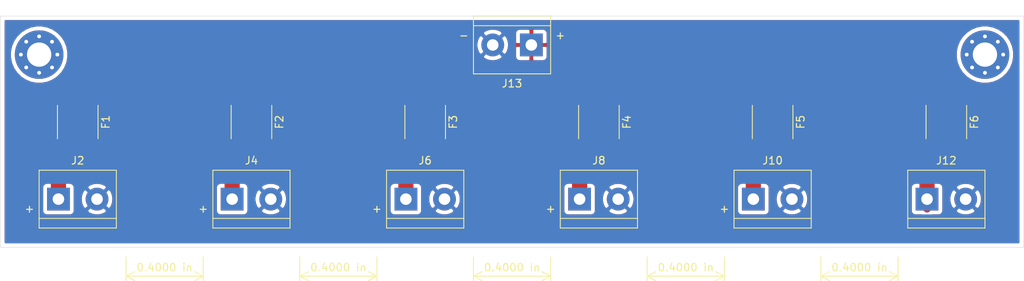
<source format=kicad_pcb>
(kicad_pcb (version 20171130) (host pcbnew 5.1.6)

  (general
    (thickness 1.6)
    (drawings 16)
    (tracks 18)
    (zones 0)
    (modules 15)
    (nets 9)
  )

  (page A4)
  (layers
    (0 F.Cu signal)
    (31 B.Cu signal)
    (32 B.Adhes user)
    (33 F.Adhes user)
    (34 B.Paste user)
    (35 F.Paste user)
    (36 B.SilkS user)
    (37 F.SilkS user)
    (38 B.Mask user)
    (39 F.Mask user)
    (40 Dwgs.User user)
    (41 Cmts.User user)
    (42 Eco1.User user)
    (43 Eco2.User user)
    (44 Edge.Cuts user)
    (45 Margin user)
    (46 B.CrtYd user)
    (47 F.CrtYd user)
    (48 B.Fab user)
    (49 F.Fab user)
  )

  (setup
    (last_trace_width 0.25)
    (trace_clearance 0.2)
    (zone_clearance 0.508)
    (zone_45_only no)
    (trace_min 0.2)
    (via_size 0.8)
    (via_drill 0.4)
    (via_min_size 0.4)
    (via_min_drill 0.3)
    (uvia_size 0.3)
    (uvia_drill 0.1)
    (uvias_allowed no)
    (uvia_min_size 0.2)
    (uvia_min_drill 0.1)
    (edge_width 0.05)
    (segment_width 0.2)
    (pcb_text_width 0.3)
    (pcb_text_size 1.5 1.5)
    (mod_edge_width 0.12)
    (mod_text_size 1 1)
    (mod_text_width 0.15)
    (pad_size 1.524 1.524)
    (pad_drill 0.762)
    (pad_to_mask_clearance 0.051)
    (solder_mask_min_width 0.25)
    (aux_axis_origin 0 0)
    (visible_elements FFFFFF7F)
    (pcbplotparams
      (layerselection 0x010fc_ffffffff)
      (usegerberextensions false)
      (usegerberattributes false)
      (usegerberadvancedattributes false)
      (creategerberjobfile false)
      (excludeedgelayer true)
      (linewidth 0.100000)
      (plotframeref false)
      (viasonmask false)
      (mode 1)
      (useauxorigin false)
      (hpglpennumber 1)
      (hpglpenspeed 20)
      (hpglpendiameter 15.000000)
      (psnegative false)
      (psa4output false)
      (plotreference true)
      (plotvalue true)
      (plotinvisibletext false)
      (padsonsilk false)
      (subtractmaskfromsilk false)
      (outputformat 1)
      (mirror false)
      (drillshape 0)
      (scaleselection 1)
      (outputdirectory "6x_12V"))
  )

  (net 0 "")
  (net 1 "Net-(F1-Pad2)")
  (net 2 GND)
  (net 3 "Net-(F2-Pad2)")
  (net 4 "Net-(F3-Pad2)")
  (net 5 "Net-(F4-Pad2)")
  (net 6 "Net-(F5-Pad2)")
  (net 7 "Net-(F6-Pad2)")
  (net 8 +12V)

  (net_class Default "Dit is de standaard class."
    (clearance 0.2)
    (trace_width 0.25)
    (via_dia 0.8)
    (via_drill 0.4)
    (uvia_dia 0.3)
    (uvia_drill 0.1)
    (add_net +12V)
  )

  (net_class PWR ""
    (clearance 0.2)
    (trace_width 2)
    (via_dia 0.8)
    (via_drill 0.4)
    (uvia_dia 0.3)
    (uvia_drill 0.1)
    (add_net GND)
    (add_net "Net-(F1-Pad2)")
    (add_net "Net-(F2-Pad2)")
    (add_net "Net-(F3-Pad2)")
    (add_net "Net-(F4-Pad2)")
    (add_net "Net-(F5-Pad2)")
    (add_net "Net-(F6-Pad2)")
  )

  (module Fuse:Fuse_2920_7451Metric_Pad2.10x5.45mm_HandSolder (layer F.Cu) (tedit 5B341557) (tstamp 5EA6E468)
    (at 213.36 85.09 270)
    (descr "Fuse SMD 2920 (7451 Metric), square (rectangular) end terminal, IPC_7351 nominal with elongated pad for handsoldering. (Body size from: http://www.megastar.com/products/fusetronic/polyswitch/PDF/smd2920.pdf), generated with kicad-footprint-generator")
    (tags "resistor handsolder")
    (path /5EA86C5D)
    (attr smd)
    (fp_text reference F6 (at 0 -3.68 90) (layer F.SilkS)
      (effects (font (size 1 1) (thickness 0.15)))
    )
    (fp_text value Polyfuse (at 0 3.68 90) (layer F.Fab)
      (effects (font (size 1 1) (thickness 0.15)))
    )
    (fp_line (start 4.78 2.98) (end -4.78 2.98) (layer F.CrtYd) (width 0.05))
    (fp_line (start 4.78 -2.98) (end 4.78 2.98) (layer F.CrtYd) (width 0.05))
    (fp_line (start -4.78 -2.98) (end 4.78 -2.98) (layer F.CrtYd) (width 0.05))
    (fp_line (start -4.78 2.98) (end -4.78 -2.98) (layer F.CrtYd) (width 0.05))
    (fp_line (start -2.203752 2.67) (end 2.203752 2.67) (layer F.SilkS) (width 0.12))
    (fp_line (start -2.203752 -2.67) (end 2.203752 -2.67) (layer F.SilkS) (width 0.12))
    (fp_line (start 3.6775 2.56) (end -3.6775 2.56) (layer F.Fab) (width 0.1))
    (fp_line (start 3.6775 -2.56) (end 3.6775 2.56) (layer F.Fab) (width 0.1))
    (fp_line (start -3.6775 -2.56) (end 3.6775 -2.56) (layer F.Fab) (width 0.1))
    (fp_line (start -3.6775 2.56) (end -3.6775 -2.56) (layer F.Fab) (width 0.1))
    (fp_text user %R (at 0 0 90) (layer F.Fab)
      (effects (font (size 1 1) (thickness 0.15)))
    )
    (pad 2 smd roundrect (at 3.475 0 270) (size 2.1 5.45) (layers F.Cu F.Paste F.Mask) (roundrect_rratio 0.119048)
      (net 7 "Net-(F6-Pad2)"))
    (pad 1 smd roundrect (at -3.475 0 270) (size 2.1 5.45) (layers F.Cu F.Paste F.Mask) (roundrect_rratio 0.119048)
      (net 8 +12V))
    (model ${KISYS3DMOD}/Fuse.3dshapes/Fuse_2920_7451Metric.wrl
      (at (xyz 0 0 0))
      (scale (xyz 1 1 1))
      (rotate (xyz 0 0 0))
    )
  )

  (module Fuse:Fuse_2920_7451Metric_Pad2.10x5.45mm_HandSolder (layer F.Cu) (tedit 5B341557) (tstamp 5EA6F626)
    (at 190.5 85.09 270)
    (descr "Fuse SMD 2920 (7451 Metric), square (rectangular) end terminal, IPC_7351 nominal with elongated pad for handsoldering. (Body size from: http://www.megastar.com/products/fusetronic/polyswitch/PDF/smd2920.pdf), generated with kicad-footprint-generator")
    (tags "resistor handsolder")
    (path /5EA86C1A)
    (attr smd)
    (fp_text reference F5 (at 0 -3.68 90) (layer F.SilkS)
      (effects (font (size 1 1) (thickness 0.15)))
    )
    (fp_text value Polyfuse (at 0 3.68 90) (layer F.Fab)
      (effects (font (size 1 1) (thickness 0.15)))
    )
    (fp_line (start 4.78 2.98) (end -4.78 2.98) (layer F.CrtYd) (width 0.05))
    (fp_line (start 4.78 -2.98) (end 4.78 2.98) (layer F.CrtYd) (width 0.05))
    (fp_line (start -4.78 -2.98) (end 4.78 -2.98) (layer F.CrtYd) (width 0.05))
    (fp_line (start -4.78 2.98) (end -4.78 -2.98) (layer F.CrtYd) (width 0.05))
    (fp_line (start -2.203752 2.67) (end 2.203752 2.67) (layer F.SilkS) (width 0.12))
    (fp_line (start -2.203752 -2.67) (end 2.203752 -2.67) (layer F.SilkS) (width 0.12))
    (fp_line (start 3.6775 2.56) (end -3.6775 2.56) (layer F.Fab) (width 0.1))
    (fp_line (start 3.6775 -2.56) (end 3.6775 2.56) (layer F.Fab) (width 0.1))
    (fp_line (start -3.6775 -2.56) (end 3.6775 -2.56) (layer F.Fab) (width 0.1))
    (fp_line (start -3.6775 2.56) (end -3.6775 -2.56) (layer F.Fab) (width 0.1))
    (fp_text user %R (at 0 0 90) (layer F.Fab)
      (effects (font (size 1 1) (thickness 0.15)))
    )
    (pad 2 smd roundrect (at 3.475 0 270) (size 2.1 5.45) (layers F.Cu F.Paste F.Mask) (roundrect_rratio 0.119048)
      (net 6 "Net-(F5-Pad2)"))
    (pad 1 smd roundrect (at -3.475 0 270) (size 2.1 5.45) (layers F.Cu F.Paste F.Mask) (roundrect_rratio 0.119048)
      (net 8 +12V))
    (model ${KISYS3DMOD}/Fuse.3dshapes/Fuse_2920_7451Metric.wrl
      (at (xyz 0 0 0))
      (scale (xyz 1 1 1))
      (rotate (xyz 0 0 0))
    )
  )

  (module Fuse:Fuse_2920_7451Metric_Pad2.10x5.45mm_HandSolder (layer F.Cu) (tedit 5B341557) (tstamp 5EA6E479)
    (at 167.64 85.09 270)
    (descr "Fuse SMD 2920 (7451 Metric), square (rectangular) end terminal, IPC_7351 nominal with elongated pad for handsoldering. (Body size from: http://www.megastar.com/products/fusetronic/polyswitch/PDF/smd2920.pdf), generated with kicad-footprint-generator")
    (tags "resistor handsolder")
    (path /5EA7F1BA)
    (attr smd)
    (fp_text reference F4 (at 0 -3.68 90) (layer F.SilkS)
      (effects (font (size 1 1) (thickness 0.15)))
    )
    (fp_text value Polyfuse (at 0 3.68 90) (layer F.Fab)
      (effects (font (size 1 1) (thickness 0.15)))
    )
    (fp_line (start 4.78 2.98) (end -4.78 2.98) (layer F.CrtYd) (width 0.05))
    (fp_line (start 4.78 -2.98) (end 4.78 2.98) (layer F.CrtYd) (width 0.05))
    (fp_line (start -4.78 -2.98) (end 4.78 -2.98) (layer F.CrtYd) (width 0.05))
    (fp_line (start -4.78 2.98) (end -4.78 -2.98) (layer F.CrtYd) (width 0.05))
    (fp_line (start -2.203752 2.67) (end 2.203752 2.67) (layer F.SilkS) (width 0.12))
    (fp_line (start -2.203752 -2.67) (end 2.203752 -2.67) (layer F.SilkS) (width 0.12))
    (fp_line (start 3.6775 2.56) (end -3.6775 2.56) (layer F.Fab) (width 0.1))
    (fp_line (start 3.6775 -2.56) (end 3.6775 2.56) (layer F.Fab) (width 0.1))
    (fp_line (start -3.6775 -2.56) (end 3.6775 -2.56) (layer F.Fab) (width 0.1))
    (fp_line (start -3.6775 2.56) (end -3.6775 -2.56) (layer F.Fab) (width 0.1))
    (fp_text user %R (at 0 0 90) (layer F.Fab)
      (effects (font (size 1 1) (thickness 0.15)))
    )
    (pad 2 smd roundrect (at 3.475 0 270) (size 2.1 5.45) (layers F.Cu F.Paste F.Mask) (roundrect_rratio 0.119048)
      (net 5 "Net-(F4-Pad2)"))
    (pad 1 smd roundrect (at -3.475 0 270) (size 2.1 5.45) (layers F.Cu F.Paste F.Mask) (roundrect_rratio 0.119048)
      (net 8 +12V))
    (model ${KISYS3DMOD}/Fuse.3dshapes/Fuse_2920_7451Metric.wrl
      (at (xyz 0 0 0))
      (scale (xyz 1 1 1))
      (rotate (xyz 0 0 0))
    )
  )

  (module Fuse:Fuse_2920_7451Metric_Pad2.10x5.45mm_HandSolder (layer F.Cu) (tedit 5B341557) (tstamp 5EA6F4D2)
    (at 144.78 85.09 270)
    (descr "Fuse SMD 2920 (7451 Metric), square (rectangular) end terminal, IPC_7351 nominal with elongated pad for handsoldering. (Body size from: http://www.megastar.com/products/fusetronic/polyswitch/PDF/smd2920.pdf), generated with kicad-footprint-generator")
    (tags "resistor handsolder")
    (path /5EA7F177)
    (attr smd)
    (fp_text reference F3 (at 0 -3.68 90) (layer F.SilkS)
      (effects (font (size 1 1) (thickness 0.15)))
    )
    (fp_text value Polyfuse (at 0 3.68 90) (layer F.Fab)
      (effects (font (size 1 1) (thickness 0.15)))
    )
    (fp_line (start 4.78 2.98) (end -4.78 2.98) (layer F.CrtYd) (width 0.05))
    (fp_line (start 4.78 -2.98) (end 4.78 2.98) (layer F.CrtYd) (width 0.05))
    (fp_line (start -4.78 -2.98) (end 4.78 -2.98) (layer F.CrtYd) (width 0.05))
    (fp_line (start -4.78 2.98) (end -4.78 -2.98) (layer F.CrtYd) (width 0.05))
    (fp_line (start -2.203752 2.67) (end 2.203752 2.67) (layer F.SilkS) (width 0.12))
    (fp_line (start -2.203752 -2.67) (end 2.203752 -2.67) (layer F.SilkS) (width 0.12))
    (fp_line (start 3.6775 2.56) (end -3.6775 2.56) (layer F.Fab) (width 0.1))
    (fp_line (start 3.6775 -2.56) (end 3.6775 2.56) (layer F.Fab) (width 0.1))
    (fp_line (start -3.6775 -2.56) (end 3.6775 -2.56) (layer F.Fab) (width 0.1))
    (fp_line (start -3.6775 2.56) (end -3.6775 -2.56) (layer F.Fab) (width 0.1))
    (fp_text user %R (at 0 0 90) (layer F.Fab)
      (effects (font (size 1 1) (thickness 0.15)))
    )
    (pad 2 smd roundrect (at 3.475 0 270) (size 2.1 5.45) (layers F.Cu F.Paste F.Mask) (roundrect_rratio 0.119048)
      (net 4 "Net-(F3-Pad2)"))
    (pad 1 smd roundrect (at -3.475 0 270) (size 2.1 5.45) (layers F.Cu F.Paste F.Mask) (roundrect_rratio 0.119048)
      (net 8 +12V))
    (model ${KISYS3DMOD}/Fuse.3dshapes/Fuse_2920_7451Metric.wrl
      (at (xyz 0 0 0))
      (scale (xyz 1 1 1))
      (rotate (xyz 0 0 0))
    )
  )

  (module Fuse:Fuse_2920_7451Metric_Pad2.10x5.45mm_HandSolder (layer F.Cu) (tedit 5B341557) (tstamp 5EA6E48A)
    (at 121.92 85.09 270)
    (descr "Fuse SMD 2920 (7451 Metric), square (rectangular) end terminal, IPC_7351 nominal with elongated pad for handsoldering. (Body size from: http://www.megastar.com/products/fusetronic/polyswitch/PDF/smd2920.pdf), generated with kicad-footprint-generator")
    (tags "resistor handsolder")
    (path /5EA742DF)
    (attr smd)
    (fp_text reference F2 (at 0 -3.68 90) (layer F.SilkS)
      (effects (font (size 1 1) (thickness 0.15)))
    )
    (fp_text value Polyfuse (at 0 3.68 90) (layer F.Fab)
      (effects (font (size 1 1) (thickness 0.15)))
    )
    (fp_line (start 4.78 2.98) (end -4.78 2.98) (layer F.CrtYd) (width 0.05))
    (fp_line (start 4.78 -2.98) (end 4.78 2.98) (layer F.CrtYd) (width 0.05))
    (fp_line (start -4.78 -2.98) (end 4.78 -2.98) (layer F.CrtYd) (width 0.05))
    (fp_line (start -4.78 2.98) (end -4.78 -2.98) (layer F.CrtYd) (width 0.05))
    (fp_line (start -2.203752 2.67) (end 2.203752 2.67) (layer F.SilkS) (width 0.12))
    (fp_line (start -2.203752 -2.67) (end 2.203752 -2.67) (layer F.SilkS) (width 0.12))
    (fp_line (start 3.6775 2.56) (end -3.6775 2.56) (layer F.Fab) (width 0.1))
    (fp_line (start 3.6775 -2.56) (end 3.6775 2.56) (layer F.Fab) (width 0.1))
    (fp_line (start -3.6775 -2.56) (end 3.6775 -2.56) (layer F.Fab) (width 0.1))
    (fp_line (start -3.6775 2.56) (end -3.6775 -2.56) (layer F.Fab) (width 0.1))
    (fp_text user %R (at 0 0 90) (layer F.Fab)
      (effects (font (size 1 1) (thickness 0.15)))
    )
    (pad 2 smd roundrect (at 3.475 0 270) (size 2.1 5.45) (layers F.Cu F.Paste F.Mask) (roundrect_rratio 0.119048)
      (net 3 "Net-(F2-Pad2)"))
    (pad 1 smd roundrect (at -3.475 0 270) (size 2.1 5.45) (layers F.Cu F.Paste F.Mask) (roundrect_rratio 0.119048)
      (net 8 +12V))
    (model ${KISYS3DMOD}/Fuse.3dshapes/Fuse_2920_7451Metric.wrl
      (at (xyz 0 0 0))
      (scale (xyz 1 1 1))
      (rotate (xyz 0 0 0))
    )
  )

  (module Fuse:Fuse_2920_7451Metric_Pad2.10x5.45mm_HandSolder (layer F.Cu) (tedit 5B341557) (tstamp 5EA6E174)
    (at 99.06 85.09 270)
    (descr "Fuse SMD 2920 (7451 Metric), square (rectangular) end terminal, IPC_7351 nominal with elongated pad for handsoldering. (Body size from: http://www.megastar.com/products/fusetronic/polyswitch/PDF/smd2920.pdf), generated with kicad-footprint-generator")
    (tags "resistor handsolder")
    (path /5EA704AB)
    (attr smd)
    (fp_text reference F1 (at 0 -3.68 90) (layer F.SilkS)
      (effects (font (size 1 1) (thickness 0.15)))
    )
    (fp_text value Polyfuse (at 0 3.68 90) (layer F.Fab)
      (effects (font (size 1 1) (thickness 0.15)))
    )
    (fp_line (start 4.78 2.98) (end -4.78 2.98) (layer F.CrtYd) (width 0.05))
    (fp_line (start 4.78 -2.98) (end 4.78 2.98) (layer F.CrtYd) (width 0.05))
    (fp_line (start -4.78 -2.98) (end 4.78 -2.98) (layer F.CrtYd) (width 0.05))
    (fp_line (start -4.78 2.98) (end -4.78 -2.98) (layer F.CrtYd) (width 0.05))
    (fp_line (start -2.203752 2.67) (end 2.203752 2.67) (layer F.SilkS) (width 0.12))
    (fp_line (start -2.203752 -2.67) (end 2.203752 -2.67) (layer F.SilkS) (width 0.12))
    (fp_line (start 3.6775 2.56) (end -3.6775 2.56) (layer F.Fab) (width 0.1))
    (fp_line (start 3.6775 -2.56) (end 3.6775 2.56) (layer F.Fab) (width 0.1))
    (fp_line (start -3.6775 -2.56) (end 3.6775 -2.56) (layer F.Fab) (width 0.1))
    (fp_line (start -3.6775 2.56) (end -3.6775 -2.56) (layer F.Fab) (width 0.1))
    (fp_text user %R (at 0 0 90) (layer F.Fab)
      (effects (font (size 1 1) (thickness 0.15)))
    )
    (pad 2 smd roundrect (at 3.475 0 270) (size 2.1 5.45) (layers F.Cu F.Paste F.Mask) (roundrect_rratio 0.119048)
      (net 1 "Net-(F1-Pad2)"))
    (pad 1 smd roundrect (at -3.475 0 270) (size 2.1 5.45) (layers F.Cu F.Paste F.Mask) (roundrect_rratio 0.119048)
      (net 8 +12V))
    (model ${KISYS3DMOD}/Fuse.3dshapes/Fuse_2920_7451Metric.wrl
      (at (xyz 0 0 0))
      (scale (xyz 1 1 1))
      (rotate (xyz 0 0 0))
    )
  )

  (module MountingHole:MountingHole_3.2mm_M3_Pad_Via (layer F.Cu) (tedit 56DDBCCA) (tstamp 5EA7049E)
    (at 218.44 76.2)
    (descr "Mounting Hole 3.2mm, M3")
    (tags "mounting hole 3.2mm m3")
    (path /5EAB63B3)
    (attr virtual)
    (fp_text reference H2 (at 0 -4.2) (layer F.SilkS) hide
      (effects (font (size 1 1) (thickness 0.15)))
    )
    (fp_text value MountingHole (at 0 4.2) (layer F.Fab)
      (effects (font (size 1 1) (thickness 0.15)))
    )
    (fp_circle (center 0 0) (end 3.45 0) (layer F.CrtYd) (width 0.05))
    (fp_circle (center 0 0) (end 3.2 0) (layer Cmts.User) (width 0.15))
    (fp_text user %R (at 0.3 0) (layer F.Fab)
      (effects (font (size 1 1) (thickness 0.15)))
    )
    (pad 1 thru_hole circle (at 1.697056 -1.697056) (size 0.8 0.8) (drill 0.5) (layers *.Cu *.Mask))
    (pad 1 thru_hole circle (at 0 -2.4) (size 0.8 0.8) (drill 0.5) (layers *.Cu *.Mask))
    (pad 1 thru_hole circle (at -1.697056 -1.697056) (size 0.8 0.8) (drill 0.5) (layers *.Cu *.Mask))
    (pad 1 thru_hole circle (at -2.4 0) (size 0.8 0.8) (drill 0.5) (layers *.Cu *.Mask))
    (pad 1 thru_hole circle (at -1.697056 1.697056) (size 0.8 0.8) (drill 0.5) (layers *.Cu *.Mask))
    (pad 1 thru_hole circle (at 0 2.4) (size 0.8 0.8) (drill 0.5) (layers *.Cu *.Mask))
    (pad 1 thru_hole circle (at 1.697056 1.697056) (size 0.8 0.8) (drill 0.5) (layers *.Cu *.Mask))
    (pad 1 thru_hole circle (at 2.4 0) (size 0.8 0.8) (drill 0.5) (layers *.Cu *.Mask))
    (pad 1 thru_hole circle (at 0 0) (size 6.4 6.4) (drill 3.2) (layers *.Cu *.Mask))
  )

  (module MountingHole:MountingHole_3.2mm_M3_Pad_Via (layer F.Cu) (tedit 56DDBCCA) (tstamp 5EA70496)
    (at 93.98 76.2)
    (descr "Mounting Hole 3.2mm, M3")
    (tags "mounting hole 3.2mm m3")
    (path /5EAB33A9)
    (attr virtual)
    (fp_text reference H1 (at 0 -4.2) (layer F.SilkS) hide
      (effects (font (size 1 1) (thickness 0.15)))
    )
    (fp_text value MountingHole (at 0 4.2) (layer F.Fab)
      (effects (font (size 1 1) (thickness 0.15)))
    )
    (fp_circle (center 0 0) (end 3.45 0) (layer F.CrtYd) (width 0.05))
    (fp_circle (center 0 0) (end 3.2 0) (layer Cmts.User) (width 0.15))
    (fp_text user %R (at 0.3 0) (layer F.Fab)
      (effects (font (size 1 1) (thickness 0.15)))
    )
    (pad 1 thru_hole circle (at 1.697056 -1.697056) (size 0.8 0.8) (drill 0.5) (layers *.Cu *.Mask))
    (pad 1 thru_hole circle (at 0 -2.4) (size 0.8 0.8) (drill 0.5) (layers *.Cu *.Mask))
    (pad 1 thru_hole circle (at -1.697056 -1.697056) (size 0.8 0.8) (drill 0.5) (layers *.Cu *.Mask))
    (pad 1 thru_hole circle (at -2.4 0) (size 0.8 0.8) (drill 0.5) (layers *.Cu *.Mask))
    (pad 1 thru_hole circle (at -1.697056 1.697056) (size 0.8 0.8) (drill 0.5) (layers *.Cu *.Mask))
    (pad 1 thru_hole circle (at 0 2.4) (size 0.8 0.8) (drill 0.5) (layers *.Cu *.Mask))
    (pad 1 thru_hole circle (at 1.697056 1.697056) (size 0.8 0.8) (drill 0.5) (layers *.Cu *.Mask))
    (pad 1 thru_hole circle (at 2.4 0) (size 0.8 0.8) (drill 0.5) (layers *.Cu *.Mask))
    (pad 1 thru_hole circle (at 0 0) (size 6.4 6.4) (drill 3.2) (layers *.Cu *.Mask))
  )

  (module TerminalBlock:TerminalBlock_bornier-2_P5.08mm (layer F.Cu) (tedit 59FF03AB) (tstamp 5EA6FED4)
    (at 158.75 74.93 180)
    (descr "simple 2-pin terminal block, pitch 5.08mm, revamped version of bornier2")
    (tags "terminal block bornier2")
    (path /5EA9D09A)
    (fp_text reference J13 (at 2.54 -5.08) (layer F.SilkS)
      (effects (font (size 1 1) (thickness 0.15)))
    )
    (fp_text value Screw_Terminal_01x02 (at 2.54 5.08) (layer F.Fab)
      (effects (font (size 1 1) (thickness 0.15)))
    )
    (fp_line (start 7.79 4) (end -2.71 4) (layer F.CrtYd) (width 0.05))
    (fp_line (start 7.79 4) (end 7.79 -4) (layer F.CrtYd) (width 0.05))
    (fp_line (start -2.71 -4) (end -2.71 4) (layer F.CrtYd) (width 0.05))
    (fp_line (start -2.71 -4) (end 7.79 -4) (layer F.CrtYd) (width 0.05))
    (fp_line (start -2.54 3.81) (end 7.62 3.81) (layer F.SilkS) (width 0.12))
    (fp_line (start -2.54 -3.81) (end -2.54 3.81) (layer F.SilkS) (width 0.12))
    (fp_line (start 7.62 -3.81) (end -2.54 -3.81) (layer F.SilkS) (width 0.12))
    (fp_line (start 7.62 3.81) (end 7.62 -3.81) (layer F.SilkS) (width 0.12))
    (fp_line (start 7.62 2.54) (end -2.54 2.54) (layer F.SilkS) (width 0.12))
    (fp_line (start 7.54 -3.75) (end -2.46 -3.75) (layer F.Fab) (width 0.1))
    (fp_line (start 7.54 3.75) (end 7.54 -3.75) (layer F.Fab) (width 0.1))
    (fp_line (start -2.46 3.75) (end 7.54 3.75) (layer F.Fab) (width 0.1))
    (fp_line (start -2.46 -3.75) (end -2.46 3.75) (layer F.Fab) (width 0.1))
    (fp_line (start -2.41 2.55) (end 7.49 2.55) (layer F.Fab) (width 0.1))
    (fp_text user %R (at 2.54 0) (layer F.Fab)
      (effects (font (size 1 1) (thickness 0.15)))
    )
    (pad 2 thru_hole circle (at 5.08 0 180) (size 3 3) (drill 1.52) (layers *.Cu *.Mask)
      (net 2 GND))
    (pad 1 thru_hole rect (at 0 0 180) (size 3 3) (drill 1.52) (layers *.Cu *.Mask)
      (net 8 +12V))
    (model ${KISYS3DMOD}/TerminalBlock.3dshapes/TerminalBlock_bornier-2_P5.08mm.wrl
      (offset (xyz 2.539999961853027 0 0))
      (scale (xyz 1 1 1))
      (rotate (xyz 0 0 0))
    )
  )

  (module TerminalBlock:TerminalBlock_bornier-2_P5.08mm (layer F.Cu) (tedit 59FF03AB) (tstamp 5EA6E590)
    (at 119.38 95.25)
    (descr "simple 2-pin terminal block, pitch 5.08mm, revamped version of bornier2")
    (tags "terminal block bornier2")
    (path /5EA742E9)
    (fp_text reference J4 (at 2.54 -5.08) (layer F.SilkS)
      (effects (font (size 1 1) (thickness 0.15)))
    )
    (fp_text value Screw_Terminal_01x02 (at 2.54 5.08) (layer F.Fab)
      (effects (font (size 1 1) (thickness 0.15)))
    )
    (fp_line (start 7.79 4) (end -2.71 4) (layer F.CrtYd) (width 0.05))
    (fp_line (start 7.79 4) (end 7.79 -4) (layer F.CrtYd) (width 0.05))
    (fp_line (start -2.71 -4) (end -2.71 4) (layer F.CrtYd) (width 0.05))
    (fp_line (start -2.71 -4) (end 7.79 -4) (layer F.CrtYd) (width 0.05))
    (fp_line (start -2.54 3.81) (end 7.62 3.81) (layer F.SilkS) (width 0.12))
    (fp_line (start -2.54 -3.81) (end -2.54 3.81) (layer F.SilkS) (width 0.12))
    (fp_line (start 7.62 -3.81) (end -2.54 -3.81) (layer F.SilkS) (width 0.12))
    (fp_line (start 7.62 3.81) (end 7.62 -3.81) (layer F.SilkS) (width 0.12))
    (fp_line (start 7.62 2.54) (end -2.54 2.54) (layer F.SilkS) (width 0.12))
    (fp_line (start 7.54 -3.75) (end -2.46 -3.75) (layer F.Fab) (width 0.1))
    (fp_line (start 7.54 3.75) (end 7.54 -3.75) (layer F.Fab) (width 0.1))
    (fp_line (start -2.46 3.75) (end 7.54 3.75) (layer F.Fab) (width 0.1))
    (fp_line (start -2.46 -3.75) (end -2.46 3.75) (layer F.Fab) (width 0.1))
    (fp_line (start -2.41 2.55) (end 7.49 2.55) (layer F.Fab) (width 0.1))
    (fp_text user %R (at 2.54 0) (layer F.Fab)
      (effects (font (size 1 1) (thickness 0.15)))
    )
    (pad 2 thru_hole circle (at 5.08 0) (size 3 3) (drill 1.52) (layers *.Cu *.Mask)
      (net 2 GND))
    (pad 1 thru_hole rect (at 0 0) (size 3 3) (drill 1.52) (layers *.Cu *.Mask)
      (net 3 "Net-(F2-Pad2)"))
    (model ${KISYS3DMOD}/TerminalBlock.3dshapes/TerminalBlock_bornier-2_P5.08mm.wrl
      (offset (xyz 2.539999961853027 0 0))
      (scale (xyz 1 1 1))
      (rotate (xyz 0 0 0))
    )
  )

  (module TerminalBlock:TerminalBlock_bornier-2_P5.08mm (layer F.Cu) (tedit 59FF03AB) (tstamp 5EA6E57B)
    (at 165.1 95.25)
    (descr "simple 2-pin terminal block, pitch 5.08mm, revamped version of bornier2")
    (tags "terminal block bornier2")
    (path /5EA7F1C4)
    (fp_text reference J8 (at 2.54 -5.08) (layer F.SilkS)
      (effects (font (size 1 1) (thickness 0.15)))
    )
    (fp_text value Screw_Terminal_01x02 (at 2.54 5.08) (layer F.Fab)
      (effects (font (size 1 1) (thickness 0.15)))
    )
    (fp_line (start 7.79 4) (end -2.71 4) (layer F.CrtYd) (width 0.05))
    (fp_line (start 7.79 4) (end 7.79 -4) (layer F.CrtYd) (width 0.05))
    (fp_line (start -2.71 -4) (end -2.71 4) (layer F.CrtYd) (width 0.05))
    (fp_line (start -2.71 -4) (end 7.79 -4) (layer F.CrtYd) (width 0.05))
    (fp_line (start -2.54 3.81) (end 7.62 3.81) (layer F.SilkS) (width 0.12))
    (fp_line (start -2.54 -3.81) (end -2.54 3.81) (layer F.SilkS) (width 0.12))
    (fp_line (start 7.62 -3.81) (end -2.54 -3.81) (layer F.SilkS) (width 0.12))
    (fp_line (start 7.62 3.81) (end 7.62 -3.81) (layer F.SilkS) (width 0.12))
    (fp_line (start 7.62 2.54) (end -2.54 2.54) (layer F.SilkS) (width 0.12))
    (fp_line (start 7.54 -3.75) (end -2.46 -3.75) (layer F.Fab) (width 0.1))
    (fp_line (start 7.54 3.75) (end 7.54 -3.75) (layer F.Fab) (width 0.1))
    (fp_line (start -2.46 3.75) (end 7.54 3.75) (layer F.Fab) (width 0.1))
    (fp_line (start -2.46 -3.75) (end -2.46 3.75) (layer F.Fab) (width 0.1))
    (fp_line (start -2.41 2.55) (end 7.49 2.55) (layer F.Fab) (width 0.1))
    (fp_text user %R (at 2.54 0) (layer F.Fab)
      (effects (font (size 1 1) (thickness 0.15)))
    )
    (pad 2 thru_hole circle (at 5.08 0) (size 3 3) (drill 1.52) (layers *.Cu *.Mask)
      (net 2 GND))
    (pad 1 thru_hole rect (at 0 0) (size 3 3) (drill 1.52) (layers *.Cu *.Mask)
      (net 5 "Net-(F4-Pad2)"))
    (model ${KISYS3DMOD}/TerminalBlock.3dshapes/TerminalBlock_bornier-2_P5.08mm.wrl
      (offset (xyz 2.539999961853027 0 0))
      (scale (xyz 1 1 1))
      (rotate (xyz 0 0 0))
    )
  )

  (module TerminalBlock:TerminalBlock_bornier-2_P5.08mm (layer F.Cu) (tedit 59FF03AB) (tstamp 5EA6E566)
    (at 210.82 95.25)
    (descr "simple 2-pin terminal block, pitch 5.08mm, revamped version of bornier2")
    (tags "terminal block bornier2")
    (path /5EA86C67)
    (fp_text reference J12 (at 2.54 -5.08) (layer F.SilkS)
      (effects (font (size 1 1) (thickness 0.15)))
    )
    (fp_text value Screw_Terminal_01x02 (at 2.54 5.08) (layer F.Fab)
      (effects (font (size 1 1) (thickness 0.15)))
    )
    (fp_line (start 7.79 4) (end -2.71 4) (layer F.CrtYd) (width 0.05))
    (fp_line (start 7.79 4) (end 7.79 -4) (layer F.CrtYd) (width 0.05))
    (fp_line (start -2.71 -4) (end -2.71 4) (layer F.CrtYd) (width 0.05))
    (fp_line (start -2.71 -4) (end 7.79 -4) (layer F.CrtYd) (width 0.05))
    (fp_line (start -2.54 3.81) (end 7.62 3.81) (layer F.SilkS) (width 0.12))
    (fp_line (start -2.54 -3.81) (end -2.54 3.81) (layer F.SilkS) (width 0.12))
    (fp_line (start 7.62 -3.81) (end -2.54 -3.81) (layer F.SilkS) (width 0.12))
    (fp_line (start 7.62 3.81) (end 7.62 -3.81) (layer F.SilkS) (width 0.12))
    (fp_line (start 7.62 2.54) (end -2.54 2.54) (layer F.SilkS) (width 0.12))
    (fp_line (start 7.54 -3.75) (end -2.46 -3.75) (layer F.Fab) (width 0.1))
    (fp_line (start 7.54 3.75) (end 7.54 -3.75) (layer F.Fab) (width 0.1))
    (fp_line (start -2.46 3.75) (end 7.54 3.75) (layer F.Fab) (width 0.1))
    (fp_line (start -2.46 -3.75) (end -2.46 3.75) (layer F.Fab) (width 0.1))
    (fp_line (start -2.41 2.55) (end 7.49 2.55) (layer F.Fab) (width 0.1))
    (fp_text user %R (at 2.54 0) (layer F.Fab)
      (effects (font (size 1 1) (thickness 0.15)))
    )
    (pad 2 thru_hole circle (at 5.08 0) (size 3 3) (drill 1.52) (layers *.Cu *.Mask)
      (net 2 GND))
    (pad 1 thru_hole rect (at 0 0) (size 3 3) (drill 1.52) (layers *.Cu *.Mask)
      (net 7 "Net-(F6-Pad2)"))
    (model ${KISYS3DMOD}/TerminalBlock.3dshapes/TerminalBlock_bornier-2_P5.08mm.wrl
      (offset (xyz 2.539999961853027 0 0))
      (scale (xyz 1 1 1))
      (rotate (xyz 0 0 0))
    )
  )

  (module TerminalBlock:TerminalBlock_bornier-2_P5.08mm (layer F.Cu) (tedit 59FF03AB) (tstamp 5EA6E51E)
    (at 142.24 95.25)
    (descr "simple 2-pin terminal block, pitch 5.08mm, revamped version of bornier2")
    (tags "terminal block bornier2")
    (path /5EA7F181)
    (fp_text reference J6 (at 2.54 -5.08) (layer F.SilkS)
      (effects (font (size 1 1) (thickness 0.15)))
    )
    (fp_text value Screw_Terminal_01x02 (at 2.54 5.08) (layer F.Fab)
      (effects (font (size 1 1) (thickness 0.15)))
    )
    (fp_line (start 7.79 4) (end -2.71 4) (layer F.CrtYd) (width 0.05))
    (fp_line (start 7.79 4) (end 7.79 -4) (layer F.CrtYd) (width 0.05))
    (fp_line (start -2.71 -4) (end -2.71 4) (layer F.CrtYd) (width 0.05))
    (fp_line (start -2.71 -4) (end 7.79 -4) (layer F.CrtYd) (width 0.05))
    (fp_line (start -2.54 3.81) (end 7.62 3.81) (layer F.SilkS) (width 0.12))
    (fp_line (start -2.54 -3.81) (end -2.54 3.81) (layer F.SilkS) (width 0.12))
    (fp_line (start 7.62 -3.81) (end -2.54 -3.81) (layer F.SilkS) (width 0.12))
    (fp_line (start 7.62 3.81) (end 7.62 -3.81) (layer F.SilkS) (width 0.12))
    (fp_line (start 7.62 2.54) (end -2.54 2.54) (layer F.SilkS) (width 0.12))
    (fp_line (start 7.54 -3.75) (end -2.46 -3.75) (layer F.Fab) (width 0.1))
    (fp_line (start 7.54 3.75) (end 7.54 -3.75) (layer F.Fab) (width 0.1))
    (fp_line (start -2.46 3.75) (end 7.54 3.75) (layer F.Fab) (width 0.1))
    (fp_line (start -2.46 -3.75) (end -2.46 3.75) (layer F.Fab) (width 0.1))
    (fp_line (start -2.41 2.55) (end 7.49 2.55) (layer F.Fab) (width 0.1))
    (fp_text user %R (at 2.54 0) (layer F.Fab)
      (effects (font (size 1 1) (thickness 0.15)))
    )
    (pad 2 thru_hole circle (at 5.08 0) (size 3 3) (drill 1.52) (layers *.Cu *.Mask)
      (net 2 GND))
    (pad 1 thru_hole rect (at 0 0) (size 3 3) (drill 1.52) (layers *.Cu *.Mask)
      (net 4 "Net-(F3-Pad2)"))
    (model ${KISYS3DMOD}/TerminalBlock.3dshapes/TerminalBlock_bornier-2_P5.08mm.wrl
      (offset (xyz 2.539999961853027 0 0))
      (scale (xyz 1 1 1))
      (rotate (xyz 0 0 0))
    )
  )

  (module TerminalBlock:TerminalBlock_bornier-2_P5.08mm (layer F.Cu) (tedit 59FF03AB) (tstamp 5EA6E509)
    (at 187.96 95.25)
    (descr "simple 2-pin terminal block, pitch 5.08mm, revamped version of bornier2")
    (tags "terminal block bornier2")
    (path /5EA86C24)
    (fp_text reference J10 (at 2.54 -5.08) (layer F.SilkS)
      (effects (font (size 1 1) (thickness 0.15)))
    )
    (fp_text value Screw_Terminal_01x02 (at 2.54 5.08) (layer F.Fab)
      (effects (font (size 1 1) (thickness 0.15)))
    )
    (fp_line (start 7.79 4) (end -2.71 4) (layer F.CrtYd) (width 0.05))
    (fp_line (start 7.79 4) (end 7.79 -4) (layer F.CrtYd) (width 0.05))
    (fp_line (start -2.71 -4) (end -2.71 4) (layer F.CrtYd) (width 0.05))
    (fp_line (start -2.71 -4) (end 7.79 -4) (layer F.CrtYd) (width 0.05))
    (fp_line (start -2.54 3.81) (end 7.62 3.81) (layer F.SilkS) (width 0.12))
    (fp_line (start -2.54 -3.81) (end -2.54 3.81) (layer F.SilkS) (width 0.12))
    (fp_line (start 7.62 -3.81) (end -2.54 -3.81) (layer F.SilkS) (width 0.12))
    (fp_line (start 7.62 3.81) (end 7.62 -3.81) (layer F.SilkS) (width 0.12))
    (fp_line (start 7.62 2.54) (end -2.54 2.54) (layer F.SilkS) (width 0.12))
    (fp_line (start 7.54 -3.75) (end -2.46 -3.75) (layer F.Fab) (width 0.1))
    (fp_line (start 7.54 3.75) (end 7.54 -3.75) (layer F.Fab) (width 0.1))
    (fp_line (start -2.46 3.75) (end 7.54 3.75) (layer F.Fab) (width 0.1))
    (fp_line (start -2.46 -3.75) (end -2.46 3.75) (layer F.Fab) (width 0.1))
    (fp_line (start -2.41 2.55) (end 7.49 2.55) (layer F.Fab) (width 0.1))
    (fp_text user %R (at 2.54 0) (layer F.Fab)
      (effects (font (size 1 1) (thickness 0.15)))
    )
    (pad 2 thru_hole circle (at 5.08 0) (size 3 3) (drill 1.52) (layers *.Cu *.Mask)
      (net 2 GND))
    (pad 1 thru_hole rect (at 0 0) (size 3 3) (drill 1.52) (layers *.Cu *.Mask)
      (net 6 "Net-(F5-Pad2)"))
    (model ${KISYS3DMOD}/TerminalBlock.3dshapes/TerminalBlock_bornier-2_P5.08mm.wrl
      (offset (xyz 2.539999961853027 0 0))
      (scale (xyz 1 1 1))
      (rotate (xyz 0 0 0))
    )
  )

  (module TerminalBlock:TerminalBlock_bornier-2_P5.08mm (layer F.Cu) (tedit 59FF03AB) (tstamp 5EA6E704)
    (at 96.52 95.25)
    (descr "simple 2-pin terminal block, pitch 5.08mm, revamped version of bornier2")
    (tags "terminal block bornier2")
    (path /5EA71296)
    (fp_text reference J2 (at 2.54 -5.08) (layer F.SilkS)
      (effects (font (size 1 1) (thickness 0.15)))
    )
    (fp_text value Screw_Terminal_01x02 (at 2.54 5.08) (layer F.Fab)
      (effects (font (size 1 1) (thickness 0.15)))
    )
    (fp_line (start 7.79 4) (end -2.71 4) (layer F.CrtYd) (width 0.05))
    (fp_line (start 7.79 4) (end 7.79 -4) (layer F.CrtYd) (width 0.05))
    (fp_line (start -2.71 -4) (end -2.71 4) (layer F.CrtYd) (width 0.05))
    (fp_line (start -2.71 -4) (end 7.79 -4) (layer F.CrtYd) (width 0.05))
    (fp_line (start -2.54 3.81) (end 7.62 3.81) (layer F.SilkS) (width 0.12))
    (fp_line (start -2.54 -3.81) (end -2.54 3.81) (layer F.SilkS) (width 0.12))
    (fp_line (start 7.62 -3.81) (end -2.54 -3.81) (layer F.SilkS) (width 0.12))
    (fp_line (start 7.62 3.81) (end 7.62 -3.81) (layer F.SilkS) (width 0.12))
    (fp_line (start 7.62 2.54) (end -2.54 2.54) (layer F.SilkS) (width 0.12))
    (fp_line (start 7.54 -3.75) (end -2.46 -3.75) (layer F.Fab) (width 0.1))
    (fp_line (start 7.54 3.75) (end 7.54 -3.75) (layer F.Fab) (width 0.1))
    (fp_line (start -2.46 3.75) (end 7.54 3.75) (layer F.Fab) (width 0.1))
    (fp_line (start -2.46 -3.75) (end -2.46 3.75) (layer F.Fab) (width 0.1))
    (fp_line (start -2.41 2.55) (end 7.49 2.55) (layer F.Fab) (width 0.1))
    (fp_text user %R (at 2.54 0) (layer F.Fab)
      (effects (font (size 1 1) (thickness 0.15)))
    )
    (pad 2 thru_hole circle (at 5.08 0) (size 3 3) (drill 1.52) (layers *.Cu *.Mask)
      (net 2 GND))
    (pad 1 thru_hole rect (at 0 0) (size 3 3) (drill 1.52) (layers *.Cu *.Mask)
      (net 1 "Net-(F1-Pad2)"))
    (model ${KISYS3DMOD}/TerminalBlock.3dshapes/TerminalBlock_bornier-2_P5.08mm.wrl
      (offset (xyz 2.539999961853027 0 0))
      (scale (xyz 1 1 1))
      (rotate (xyz 0 0 0))
    )
  )

  (gr_text + (at 184.15 96.52) (layer F.SilkS)
    (effects (font (size 1 1) (thickness 0.15)))
  )
  (gr_text + (at 161.29 96.52) (layer F.SilkS)
    (effects (font (size 1 1) (thickness 0.15)))
  )
  (gr_text + (at 138.43 96.52) (layer F.SilkS)
    (effects (font (size 1 1) (thickness 0.15)))
  )
  (gr_text + (at 115.57 96.52) (layer F.SilkS)
    (effects (font (size 1 1) (thickness 0.15)))
  )
  (gr_text + (at 92.71 96.52) (layer F.SilkS)
    (effects (font (size 1 1) (thickness 0.15)))
  )
  (gr_text - (at 149.86 73.66) (layer F.SilkS)
    (effects (font (size 1 1) (thickness 0.15)))
  )
  (gr_text + (at 162.56 73.66) (layer F.SilkS)
    (effects (font (size 1 1) (thickness 0.15)))
  )
  (gr_line (start 88.9 71.12) (end 88.9 101.6) (layer Edge.Cuts) (width 0.05) (tstamp 5EA6FF11))
  (gr_line (start 223.52 71.12) (end 88.9 71.12) (layer Edge.Cuts) (width 0.05))
  (gr_line (start 223.52 101.6) (end 223.52 71.12) (layer Edge.Cuts) (width 0.05))
  (gr_line (start 88.9 101.6) (end 223.52 101.6) (layer Edge.Cuts) (width 0.05))
  (dimension 10.16 (width 0.12) (layer F.SilkS) (tstamp 5EA6F412)
    (gr_text "10,160 mm" (at 201.93 106.68) (layer F.SilkS) (tstamp 5EA6F412)
      (effects (font (size 1 1) (thickness 0.15)))
    )
    (feature1 (pts (xy 196.85 102.87) (xy 196.85 105.996421)))
    (feature2 (pts (xy 207.01 102.87) (xy 207.01 105.996421)))
    (crossbar (pts (xy 207.01 105.41) (xy 196.85 105.41)))
    (arrow1a (pts (xy 196.85 105.41) (xy 197.976504 104.823579)))
    (arrow1b (pts (xy 196.85 105.41) (xy 197.976504 105.996421)))
    (arrow2a (pts (xy 207.01 105.41) (xy 205.883496 104.823579)))
    (arrow2b (pts (xy 207.01 105.41) (xy 205.883496 105.996421)))
  )
  (dimension 10.16 (width 0.12) (layer F.SilkS) (tstamp 5EA6EF07)
    (gr_text "10,160 mm" (at 179.07 106.68) (layer F.SilkS) (tstamp 5EA6EF07)
      (effects (font (size 1 1) (thickness 0.15)))
    )
    (feature1 (pts (xy 173.99 102.87) (xy 173.99 105.996421)))
    (feature2 (pts (xy 184.15 102.87) (xy 184.15 105.996421)))
    (crossbar (pts (xy 184.15 105.41) (xy 173.99 105.41)))
    (arrow1a (pts (xy 173.99 105.41) (xy 175.116504 104.823579)))
    (arrow1b (pts (xy 173.99 105.41) (xy 175.116504 105.996421)))
    (arrow2a (pts (xy 184.15 105.41) (xy 183.023496 104.823579)))
    (arrow2b (pts (xy 184.15 105.41) (xy 183.023496 105.996421)))
  )
  (dimension 10.16 (width 0.12) (layer F.SilkS) (tstamp 5EA6EECC)
    (gr_text "10,160 mm" (at 156.21 106.68) (layer F.SilkS) (tstamp 5EA6EECC)
      (effects (font (size 1 1) (thickness 0.15)))
    )
    (feature1 (pts (xy 151.13 102.87) (xy 151.13 105.996421)))
    (feature2 (pts (xy 161.29 102.87) (xy 161.29 105.996421)))
    (crossbar (pts (xy 161.29 105.41) (xy 151.13 105.41)))
    (arrow1a (pts (xy 151.13 105.41) (xy 152.256504 104.823579)))
    (arrow1b (pts (xy 151.13 105.41) (xy 152.256504 105.996421)))
    (arrow2a (pts (xy 161.29 105.41) (xy 160.163496 104.823579)))
    (arrow2b (pts (xy 161.29 105.41) (xy 160.163496 105.996421)))
  )
  (dimension 10.16 (width 0.12) (layer F.SilkS) (tstamp 5EA6E782)
    (gr_text "10,160 mm" (at 133.35 106.68) (layer F.SilkS) (tstamp 5EA6E782)
      (effects (font (size 1 1) (thickness 0.15)))
    )
    (feature1 (pts (xy 128.27 102.87) (xy 128.27 105.996421)))
    (feature2 (pts (xy 138.43 102.87) (xy 138.43 105.996421)))
    (crossbar (pts (xy 138.43 105.41) (xy 128.27 105.41)))
    (arrow1a (pts (xy 128.27 105.41) (xy 129.396504 104.823579)))
    (arrow1b (pts (xy 128.27 105.41) (xy 129.396504 105.996421)))
    (arrow2a (pts (xy 138.43 105.41) (xy 137.303496 104.823579)))
    (arrow2b (pts (xy 138.43 105.41) (xy 137.303496 105.996421)))
  )
  (dimension 10.16 (width 0.12) (layer F.SilkS)
    (gr_text "10,160 mm" (at 110.49 106.68) (layer F.SilkS)
      (effects (font (size 1 1) (thickness 0.15)))
    )
    (feature1 (pts (xy 105.41 102.87) (xy 105.41 105.996421)))
    (feature2 (pts (xy 115.57 102.87) (xy 115.57 105.996421)))
    (crossbar (pts (xy 115.57 105.41) (xy 105.41 105.41)))
    (arrow1a (pts (xy 105.41 105.41) (xy 106.536504 104.823579)))
    (arrow1b (pts (xy 105.41 105.41) (xy 106.536504 105.996421)))
    (arrow2a (pts (xy 115.57 105.41) (xy 114.443496 104.823579)))
    (arrow2b (pts (xy 115.57 105.41) (xy 114.443496 105.996421)))
  )

  (segment (start 95.514999 94.244999) (end 96.52 95.25) (width 1) (layer F.Cu) (net 1))
  (segment (start 96.52 91.105) (end 99.06 88.565) (width 2) (layer F.Cu) (net 1))
  (segment (start 96.52 95.25) (end 96.52 91.105) (width 2) (layer F.Cu) (net 1))
  (segment (start 118.42 94.29) (end 119.38 95.25) (width 1) (layer F.Cu) (net 3))
  (segment (start 119.38 91.105) (end 121.92 88.565) (width 2) (layer F.Cu) (net 3))
  (segment (start 119.38 95.25) (end 119.38 91.105) (width 2) (layer F.Cu) (net 3))
  (segment (start 141.28 94.29) (end 142.24 95.25) (width 1) (layer F.Cu) (net 4))
  (segment (start 142.24 91.105) (end 144.78 88.565) (width 2) (layer F.Cu) (net 4))
  (segment (start 142.24 95.25) (end 142.24 91.105) (width 2) (layer F.Cu) (net 4))
  (segment (start 164.14 94.29) (end 165.1 95.25) (width 1) (layer F.Cu) (net 5))
  (segment (start 165.1 91.105) (end 167.64 88.565) (width 2) (layer F.Cu) (net 5))
  (segment (start 165.1 95.25) (end 165.1 91.105) (width 2) (layer F.Cu) (net 5))
  (segment (start 187 94.29) (end 187.96 95.25) (width 1) (layer F.Cu) (net 6))
  (segment (start 187.96 91.105) (end 190.5 88.565) (width 2) (layer F.Cu) (net 6))
  (segment (start 187.96 95.25) (end 187.96 91.105) (width 2) (layer F.Cu) (net 6))
  (segment (start 209.86 95.56) (end 210.82 96.52) (width 1) (layer F.Cu) (net 7))
  (segment (start 210.82 91.105) (end 213.36 88.565) (width 2) (layer F.Cu) (net 7))
  (segment (start 210.82 95.25) (end 210.82 91.105) (width 2) (layer F.Cu) (net 7))

  (zone (net 8) (net_name +12V) (layer F.Cu) (tstamp 5EC5034E) (hatch edge 0.508)
    (connect_pads (clearance 0.508))
    (min_thickness 0.254)
    (fill yes (arc_segments 32) (thermal_gap 0.508) (thermal_bridge_width 0.508))
    (polygon
      (pts
        (xy 223.52 101.6) (xy 88.9 101.6) (xy 88.9 71.12) (xy 223.52 71.12)
      )
    )
    (filled_polygon
      (pts
        (xy 222.86 100.94) (xy 89.56 100.94) (xy 89.56 94.244999) (xy 94.374508 94.244999) (xy 94.381928 94.320336)
        (xy 94.381928 96.75) (xy 94.394188 96.874482) (xy 94.430498 96.99418) (xy 94.489463 97.104494) (xy 94.568815 97.201185)
        (xy 94.665506 97.280537) (xy 94.77582 97.339502) (xy 94.895518 97.375812) (xy 95.02 97.388072) (xy 98.02 97.388072)
        (xy 98.144482 97.375812) (xy 98.26418 97.339502) (xy 98.374494 97.280537) (xy 98.471185 97.201185) (xy 98.550537 97.104494)
        (xy 98.609502 96.99418) (xy 98.645812 96.874482) (xy 98.658072 96.75) (xy 98.658072 95.039721) (xy 99.465 95.039721)
        (xy 99.465 95.460279) (xy 99.547047 95.872756) (xy 99.707988 96.261302) (xy 99.941637 96.610983) (xy 100.239017 96.908363)
        (xy 100.588698 97.142012) (xy 100.977244 97.302953) (xy 101.389721 97.385) (xy 101.810279 97.385) (xy 102.222756 97.302953)
        (xy 102.611302 97.142012) (xy 102.960983 96.908363) (xy 103.258363 96.610983) (xy 103.492012 96.261302) (xy 103.652953 95.872756)
        (xy 103.735 95.460279) (xy 103.735 95.039721) (xy 103.652953 94.627244) (xy 103.492012 94.238698) (xy 103.258363 93.889017)
        (xy 103.119346 93.75) (xy 117.241928 93.75) (xy 117.241928 96.75) (xy 117.254188 96.874482) (xy 117.290498 96.99418)
        (xy 117.349463 97.104494) (xy 117.428815 97.201185) (xy 117.525506 97.280537) (xy 117.63582 97.339502) (xy 117.755518 97.375812)
        (xy 117.88 97.388072) (xy 120.88 97.388072) (xy 121.004482 97.375812) (xy 121.12418 97.339502) (xy 121.234494 97.280537)
        (xy 121.331185 97.201185) (xy 121.410537 97.104494) (xy 121.469502 96.99418) (xy 121.505812 96.874482) (xy 121.518072 96.75)
        (xy 121.518072 95.039721) (xy 122.325 95.039721) (xy 122.325 95.460279) (xy 122.407047 95.872756) (xy 122.567988 96.261302)
        (xy 122.801637 96.610983) (xy 123.099017 96.908363) (xy 123.448698 97.142012) (xy 123.837244 97.302953) (xy 124.249721 97.385)
        (xy 124.670279 97.385) (xy 125.082756 97.302953) (xy 125.471302 97.142012) (xy 125.820983 96.908363) (xy 126.118363 96.610983)
        (xy 126.352012 96.261302) (xy 126.512953 95.872756) (xy 126.595 95.460279) (xy 126.595 95.039721) (xy 126.512953 94.627244)
        (xy 126.352012 94.238698) (xy 126.118363 93.889017) (xy 125.979346 93.75) (xy 140.101928 93.75) (xy 140.101928 96.75)
        (xy 140.114188 96.874482) (xy 140.150498 96.99418) (xy 140.209463 97.104494) (xy 140.288815 97.201185) (xy 140.385506 97.280537)
        (xy 140.49582 97.339502) (xy 140.615518 97.375812) (xy 140.74 97.388072) (xy 143.74 97.388072) (xy 143.864482 97.375812)
        (xy 143.98418 97.339502) (xy 144.094494 97.280537) (xy 144.191185 97.201185) (xy 144.270537 97.104494) (xy 144.329502 96.99418)
        (xy 144.365812 96.874482) (xy 144.378072 96.75) (xy 144.378072 95.039721) (xy 145.185 95.039721) (xy 145.185 95.460279)
        (xy 145.267047 95.872756) (xy 145.427988 96.261302) (xy 145.661637 96.610983) (xy 145.959017 96.908363) (xy 146.308698 97.142012)
        (xy 146.697244 97.302953) (xy 147.109721 97.385) (xy 147.530279 97.385) (xy 147.942756 97.302953) (xy 148.331302 97.142012)
        (xy 148.680983 96.908363) (xy 148.978363 96.610983) (xy 149.212012 96.261302) (xy 149.372953 95.872756) (xy 149.455 95.460279)
        (xy 149.455 95.039721) (xy 149.372953 94.627244) (xy 149.212012 94.238698) (xy 148.978363 93.889017) (xy 148.839346 93.75)
        (xy 162.961928 93.75) (xy 162.961928 96.75) (xy 162.974188 96.874482) (xy 163.010498 96.99418) (xy 163.069463 97.104494)
        (xy 163.148815 97.201185) (xy 163.245506 97.280537) (xy 163.35582 97.339502) (xy 163.475518 97.375812) (xy 163.6 97.388072)
        (xy 166.6 97.388072) (xy 166.724482 97.375812) (xy 166.84418 97.339502) (xy 166.954494 97.280537) (xy 167.051185 97.201185)
        (xy 167.130537 97.104494) (xy 167.189502 96.99418) (xy 167.225812 96.874482) (xy 167.238072 96.75) (xy 167.238072 95.039721)
        (xy 168.045 95.039721) (xy 168.045 95.460279) (xy 168.127047 95.872756) (xy 168.287988 96.261302) (xy 168.521637 96.610983)
        (xy 168.819017 96.908363) (xy 169.168698 97.142012) (xy 169.557244 97.302953) (xy 169.969721 97.385) (xy 170.390279 97.385)
        (xy 170.802756 97.302953) (xy 171.191302 97.142012) (xy 171.540983 96.908363) (xy 171.838363 96.610983) (xy 172.072012 96.261302)
        (xy 172.232953 95.872756) (xy 172.315 95.460279) (xy 172.315 95.039721) (xy 172.232953 94.627244) (xy 172.072012 94.238698)
        (xy 171.838363 93.889017) (xy 171.699346 93.75) (xy 185.821928 93.75) (xy 185.821928 96.75) (xy 185.834188 96.874482)
        (xy 185.870498 96.99418) (xy 185.929463 97.104494) (xy 186.008815 97.201185) (xy 186.105506 97.280537) (xy 186.21582 97.339502)
        (xy 186.335518 97.375812) (xy 186.46 97.388072) (xy 189.46 97.388072) (xy 189.584482 97.375812) (xy 189.70418 97.339502)
        (xy 189.814494 97.280537) (xy 189.911185 97.201185) (xy 189.990537 97.104494) (xy 190.049502 96.99418) (xy 190.085812 96.874482)
        (xy 190.098072 96.75) (xy 190.098072 95.039721) (xy 190.905 95.039721) (xy 190.905 95.460279) (xy 190.987047 95.872756)
        (xy 191.147988 96.261302) (xy 191.381637 96.610983) (xy 191.679017 96.908363) (xy 192.028698 97.142012) (xy 192.417244 97.302953)
        (xy 192.829721 97.385) (xy 193.250279 97.385) (xy 193.662756 97.302953) (xy 194.051302 97.142012) (xy 194.400983 96.908363)
        (xy 194.698363 96.610983) (xy 194.932012 96.261302) (xy 195.092953 95.872756) (xy 195.175 95.460279) (xy 195.175 95.039721)
        (xy 195.092953 94.627244) (xy 194.932012 94.238698) (xy 194.698363 93.889017) (xy 194.559346 93.75) (xy 208.681928 93.75)
        (xy 208.681928 96.75) (xy 208.694188 96.874482) (xy 208.730498 96.99418) (xy 208.789463 97.104494) (xy 208.868815 97.201185)
        (xy 208.965506 97.280537) (xy 209.07582 97.339502) (xy 209.195518 97.375812) (xy 209.32 97.388072) (xy 210.088639 97.388072)
        (xy 210.186377 97.468283) (xy 210.383553 97.573676) (xy 210.597501 97.638577) (xy 210.819999 97.660491) (xy 211.042498 97.638577)
        (xy 211.256446 97.573676) (xy 211.453622 97.468283) (xy 211.551359 97.388072) (xy 212.32 97.388072) (xy 212.444482 97.375812)
        (xy 212.56418 97.339502) (xy 212.674494 97.280537) (xy 212.771185 97.201185) (xy 212.850537 97.104494) (xy 212.909502 96.99418)
        (xy 212.945812 96.874482) (xy 212.958072 96.75) (xy 212.958072 95.039721) (xy 213.765 95.039721) (xy 213.765 95.460279)
        (xy 213.847047 95.872756) (xy 214.007988 96.261302) (xy 214.241637 96.610983) (xy 214.539017 96.908363) (xy 214.888698 97.142012)
        (xy 215.277244 97.302953) (xy 215.689721 97.385) (xy 216.110279 97.385) (xy 216.522756 97.302953) (xy 216.911302 97.142012)
        (xy 217.260983 96.908363) (xy 217.558363 96.610983) (xy 217.792012 96.261302) (xy 217.952953 95.872756) (xy 218.035 95.460279)
        (xy 218.035 95.039721) (xy 217.952953 94.627244) (xy 217.792012 94.238698) (xy 217.558363 93.889017) (xy 217.260983 93.591637)
        (xy 216.911302 93.357988) (xy 216.522756 93.197047) (xy 216.110279 93.115) (xy 215.689721 93.115) (xy 215.277244 93.197047)
        (xy 214.888698 93.357988) (xy 214.539017 93.591637) (xy 214.241637 93.889017) (xy 214.007988 94.238698) (xy 213.847047 94.627244)
        (xy 213.765 95.039721) (xy 212.958072 95.039721) (xy 212.958072 93.75) (xy 212.945812 93.625518) (xy 212.909502 93.50582)
        (xy 212.850537 93.395506) (xy 212.771185 93.298815) (xy 212.674494 93.219463) (xy 212.56418 93.160498) (xy 212.455 93.127379)
        (xy 212.455 91.782238) (xy 213.984167 90.253072) (xy 215.835 90.253072) (xy 216.008254 90.236008) (xy 216.17485 90.185472)
        (xy 216.328386 90.103405) (xy 216.462962 89.992962) (xy 216.573405 89.858386) (xy 216.655472 89.70485) (xy 216.706008 89.538254)
        (xy 216.723072 89.365) (xy 216.723072 87.765) (xy 216.706008 87.591746) (xy 216.655472 87.42515) (xy 216.573405 87.271614)
        (xy 216.462962 87.137038) (xy 216.328386 87.026595) (xy 216.17485 86.944528) (xy 216.008254 86.893992) (xy 215.835 86.876928)
        (xy 210.885 86.876928) (xy 210.711746 86.893992) (xy 210.54515 86.944528) (xy 210.391614 87.026595) (xy 210.257038 87.137038)
        (xy 210.146595 87.271614) (xy 210.064528 87.42515) (xy 210.013992 87.591746) (xy 209.996928 87.765) (xy 209.996928 89.365)
        (xy 210.013992 89.538254) (xy 210.028077 89.584685) (xy 209.720682 89.89208) (xy 209.658287 89.943286) (xy 209.459531 90.185472)
        (xy 209.45397 90.192248) (xy 209.302148 90.476286) (xy 209.208658 90.784484) (xy 209.177089 91.105) (xy 209.185001 91.185329)
        (xy 209.185001 93.127378) (xy 209.07582 93.160498) (xy 208.965506 93.219463) (xy 208.868815 93.298815) (xy 208.789463 93.395506)
        (xy 208.730498 93.50582) (xy 208.694188 93.625518) (xy 208.681928 93.75) (xy 194.559346 93.75) (xy 194.400983 93.591637)
        (xy 194.051302 93.357988) (xy 193.662756 93.197047) (xy 193.250279 93.115) (xy 192.829721 93.115) (xy 192.417244 93.197047)
        (xy 192.028698 93.357988) (xy 191.679017 93.591637) (xy 191.381637 93.889017) (xy 191.147988 94.238698) (xy 190.987047 94.627244)
        (xy 190.905 95.039721) (xy 190.098072 95.039721) (xy 190.098072 93.75) (xy 190.085812 93.625518) (xy 190.049502 93.50582)
        (xy 189.990537 93.395506) (xy 189.911185 93.298815) (xy 189.814494 93.219463) (xy 189.70418 93.160498) (xy 189.595 93.127379)
        (xy 189.595 91.782238) (xy 191.124167 90.253072) (xy 192.975 90.253072) (xy 193.148254 90.236008) (xy 193.31485 90.185472)
        (xy 193.468386 90.103405) (xy 193.602962 89.992962) (xy 193.713405 89.858386) (xy 193.795472 89.70485) (xy 193.846008 89.538254)
        (xy 193.863072 89.365) (xy 193.863072 87.765) (xy 193.846008 87.591746) (xy 193.795472 87.42515) (xy 193.713405 87.271614)
        (xy 193.602962 87.137038) (xy 193.468386 87.026595) (xy 193.31485 86.944528) (xy 193.148254 86.893992) (xy 192.975 86.876928)
        (xy 188.025 86.876928) (xy 187.851746 86.893992) (xy 187.68515 86.944528) (xy 187.531614 87.026595) (xy 187.397038 87.137038)
        (xy 187.286595 87.271614) (xy 187.204528 87.42515) (xy 187.153992 87.591746) (xy 187.136928 87.765) (xy 187.136928 89.365)
        (xy 187.153992 89.538254) (xy 187.168077 89.584685) (xy 186.860682 89.89208) (xy 186.798287 89.943286) (xy 186.599531 90.185472)
        (xy 186.59397 90.192248) (xy 186.442148 90.476286) (xy 186.348658 90.784484) (xy 186.317089 91.105) (xy 186.325001 91.185329)
        (xy 186.325001 93.127378) (xy 186.21582 93.160498) (xy 186.105506 93.219463) (xy 186.008815 93.298815) (xy 185.929463 93.395506)
        (xy 185.870498 93.50582) (xy 185.834188 93.625518) (xy 185.821928 93.75) (xy 171.699346 93.75) (xy 171.540983 93.591637)
        (xy 171.191302 93.357988) (xy 170.802756 93.197047) (xy 170.390279 93.115) (xy 169.969721 93.115) (xy 169.557244 93.197047)
        (xy 169.168698 93.357988) (xy 168.819017 93.591637) (xy 168.521637 93.889017) (xy 168.287988 94.238698) (xy 168.127047 94.627244)
        (xy 168.045 95.039721) (xy 167.238072 95.039721) (xy 167.238072 93.75) (xy 167.225812 93.625518) (xy 167.189502 93.50582)
        (xy 167.130537 93.395506) (xy 167.051185 93.298815) (xy 166.954494 93.219463) (xy 166.84418 93.160498) (xy 166.735 93.127379)
        (xy 166.735 91.782238) (xy 168.264167 90.253072) (xy 170.115 90.253072) (xy 170.288254 90.236008) (xy 170.45485 90.185472)
        (xy 170.608386 90.103405) (xy 170.742962 89.992962) (xy 170.853405 89.858386) (xy 170.935472 89.70485) (xy 170.986008 89.538254)
        (xy 171.003072 89.365) (xy 171.003072 87.765) (xy 170.986008 87.591746) (xy 170.935472 87.42515) (xy 170.853405 87.271614)
        (xy 170.742962 87.137038) (xy 170.608386 87.026595) (xy 170.45485 86.944528) (xy 170.288254 86.893992) (xy 170.115 86.876928)
        (xy 165.165 86.876928) (xy 164.991746 86.893992) (xy 164.82515 86.944528) (xy 164.671614 87.026595) (xy 164.537038 87.137038)
        (xy 164.426595 87.271614) (xy 164.344528 87.42515) (xy 164.293992 87.591746) (xy 164.276928 87.765) (xy 164.276928 89.365)
        (xy 164.293992 89.538254) (xy 164.308077 89.584685) (xy 164.000682 89.89208) (xy 163.938287 89.943286) (xy 163.739531 90.185472)
        (xy 163.73397 90.192248) (xy 163.582148 90.476286) (xy 163.488658 90.784484) (xy 163.457089 91.105) (xy 163.465001 91.185329)
        (xy 163.465001 93.127378) (xy 163.35582 93.160498) (xy 163.245506 93.219463) (xy 163.148815 93.298815) (xy 163.069463 93.395506)
        (xy 163.010498 93.50582) (xy 162.974188 93.625518) (xy 162.961928 93.75) (xy 148.839346 93.75) (xy 148.680983 93.591637)
        (xy 148.331302 93.357988) (xy 147.942756 93.197047) (xy 147.530279 93.115) (xy 147.109721 93.115) (xy 146.697244 93.197047)
        (xy 146.308698 93.357988) (xy 145.959017 93.591637) (xy 145.661637 93.889017) (xy 145.427988 94.238698) (xy 145.267047 94.627244)
        (xy 145.185 95.039721) (xy 144.378072 95.039721) (xy 144.378072 93.75) (xy 144.365812 93.625518) (xy 144.329502 93.50582)
        (xy 144.270537 93.395506) (xy 144.191185 93.298815) (xy 144.094494 93.219463) (xy 143.98418 93.160498) (xy 143.875 93.127379)
        (xy 143.875 91.782238) (xy 145.404167 90.253072) (xy 147.255 90.253072) (xy 147.428254 90.236008) (xy 147.59485 90.185472)
        (xy 147.748386 90.103405) (xy 147.882962 89.992962) (xy 147.993405 89.858386) (xy 148.075472 89.70485) (xy 148.126008 89.538254)
        (xy 148.143072 89.365) (xy 148.143072 87.765) (xy 148.126008 87.591746) (xy 148.075472 87.42515) (xy 147.993405 87.271614)
        (xy 147.882962 87.137038) (xy 147.748386 87.026595) (xy 147.59485 86.944528) (xy 147.428254 86.893992) (xy 147.255 86.876928)
        (xy 142.305 86.876928) (xy 142.131746 86.893992) (xy 141.96515 86.944528) (xy 141.811614 87.026595) (xy 141.677038 87.137038)
        (xy 141.566595 87.271614) (xy 141.484528 87.42515) (xy 141.433992 87.591746) (xy 141.416928 87.765) (xy 141.416928 89.365)
        (xy 141.433992 89.538254) (xy 141.448077 89.584685) (xy 141.140682 89.89208) (xy 141.078287 89.943286) (xy 140.879531 90.185472)
        (xy 140.87397 90.192248) (xy 140.722148 90.476286) (xy 140.628658 90.784484) (xy 140.597089 91.105) (xy 140.605001 91.185329)
        (xy 140.605001 93.127378) (xy 140.49582 93.160498) (xy 140.385506 93.219463) (xy 140.288815 93.298815) (xy 140.209463 93.395506)
        (xy 140.150498 93.50582) (xy 140.114188 93.625518) (xy 140.101928 93.75) (xy 125.979346 93.75) (xy 125.820983 93.591637)
        (xy 125.471302 93.357988) (xy 125.082756 93.197047) (xy 124.670279 93.115) (xy 124.249721 93.115) (xy 123.837244 93.197047)
        (xy 123.448698 93.357988) (xy 123.099017 93.591637) (xy 122.801637 93.889017) (xy 122.567988 94.238698) (xy 122.407047 94.627244)
        (xy 122.325 95.039721) (xy 121.518072 95.039721) (xy 121.518072 93.75) (xy 121.505812 93.625518) (xy 121.469502 93.50582)
        (xy 121.410537 93.395506) (xy 121.331185 93.298815) (xy 121.234494 93.219463) (xy 121.12418 93.160498) (xy 121.015 93.127379)
        (xy 121.015 91.782238) (xy 122.544167 90.253072) (xy 124.395 90.253072) (xy 124.568254 90.236008) (xy 124.73485 90.185472)
        (xy 124.888386 90.103405) (xy 125.022962 89.992962) (xy 125.133405 89.858386) (xy 125.215472 89.70485) (xy 125.266008 89.538254)
        (xy 125.283072 89.365) (xy 125.283072 87.765) (xy 125.266008 87.591746) (xy 125.215472 87.42515) (xy 125.133405 87.271614)
        (xy 125.022962 87.137038) (xy 124.888386 87.026595) (xy 124.73485 86.944528) (xy 124.568254 86.893992) (xy 124.395 86.876928)
        (xy 119.445 86.876928) (xy 119.271746 86.893992) (xy 119.10515 86.944528) (xy 118.951614 87.026595) (xy 118.817038 87.137038)
        (xy 118.706595 87.271614) (xy 118.624528 87.42515) (xy 118.573992 87.591746) (xy 118.556928 87.765) (xy 118.556928 89.365)
        (xy 118.573992 89.538254) (xy 118.588077 89.584685) (xy 118.280682 89.89208) (xy 118.218287 89.943286) (xy 118.019531 90.185472)
        (xy 118.01397 90.192248) (xy 117.862148 90.476286) (xy 117.768658 90.784484) (xy 117.737089 91.105) (xy 117.745001 91.185329)
        (xy 117.745001 93.127378) (xy 117.63582 93.160498) (xy 117.525506 93.219463) (xy 117.428815 93.298815) (xy 117.349463 93.395506)
        (xy 117.290498 93.50582) (xy 117.254188 93.625518) (xy 117.241928 93.75) (xy 103.119346 93.75) (xy 102.960983 93.591637)
        (xy 102.611302 93.357988) (xy 102.222756 93.197047) (xy 101.810279 93.115) (xy 101.389721 93.115) (xy 100.977244 93.197047)
        (xy 100.588698 93.357988) (xy 100.239017 93.591637) (xy 99.941637 93.889017) (xy 99.707988 94.238698) (xy 99.547047 94.627244)
        (xy 99.465 95.039721) (xy 98.658072 95.039721) (xy 98.658072 93.75) (xy 98.645812 93.625518) (xy 98.609502 93.50582)
        (xy 98.550537 93.395506) (xy 98.471185 93.298815) (xy 98.374494 93.219463) (xy 98.26418 93.160498) (xy 98.155 93.127379)
        (xy 98.155 91.782238) (xy 99.684167 90.253072) (xy 101.535 90.253072) (xy 101.708254 90.236008) (xy 101.87485 90.185472)
        (xy 102.028386 90.103405) (xy 102.162962 89.992962) (xy 102.273405 89.858386) (xy 102.355472 89.70485) (xy 102.406008 89.538254)
        (xy 102.423072 89.365) (xy 102.423072 87.765) (xy 102.406008 87.591746) (xy 102.355472 87.42515) (xy 102.273405 87.271614)
        (xy 102.162962 87.137038) (xy 102.028386 87.026595) (xy 101.87485 86.944528) (xy 101.708254 86.893992) (xy 101.535 86.876928)
        (xy 96.585 86.876928) (xy 96.411746 86.893992) (xy 96.24515 86.944528) (xy 96.091614 87.026595) (xy 95.957038 87.137038)
        (xy 95.846595 87.271614) (xy 95.764528 87.42515) (xy 95.713992 87.591746) (xy 95.696928 87.765) (xy 95.696928 89.365)
        (xy 95.713992 89.538254) (xy 95.728077 89.584685) (xy 95.420682 89.89208) (xy 95.358287 89.943286) (xy 95.159531 90.185472)
        (xy 95.15397 90.192248) (xy 95.002148 90.476286) (xy 94.908658 90.784484) (xy 94.877089 91.105) (xy 94.885001 91.185329)
        (xy 94.885001 93.127378) (xy 94.77582 93.160498) (xy 94.665506 93.219463) (xy 94.568815 93.298815) (xy 94.489463 93.395506)
        (xy 94.430498 93.50582) (xy 94.394188 93.625518) (xy 94.381928 93.75) (xy 94.381928 94.169662) (xy 94.374508 94.244999)
        (xy 89.56 94.244999) (xy 89.56 82.665) (xy 95.696928 82.665) (xy 95.709188 82.789482) (xy 95.745498 82.90918)
        (xy 95.804463 83.019494) (xy 95.883815 83.116185) (xy 95.980506 83.195537) (xy 96.09082 83.254502) (xy 96.210518 83.290812)
        (xy 96.335 83.303072) (xy 98.77425 83.3) (xy 98.933 83.14125) (xy 98.933 81.742) (xy 99.187 81.742)
        (xy 99.187 83.14125) (xy 99.34575 83.3) (xy 101.785 83.303072) (xy 101.909482 83.290812) (xy 102.02918 83.254502)
        (xy 102.139494 83.195537) (xy 102.236185 83.116185) (xy 102.315537 83.019494) (xy 102.374502 82.90918) (xy 102.410812 82.789482)
        (xy 102.423072 82.665) (xy 118.556928 82.665) (xy 118.569188 82.789482) (xy 118.605498 82.90918) (xy 118.664463 83.019494)
        (xy 118.743815 83.116185) (xy 118.840506 83.195537) (xy 118.95082 83.254502) (xy 119.070518 83.290812) (xy 119.195 83.303072)
        (xy 121.63425 83.3) (xy 121.793 83.14125) (xy 121.793 81.742) (xy 122.047 81.742) (xy 122.047 83.14125)
        (xy 122.20575 83.3) (xy 124.645 83.303072) (xy 124.769482 83.290812) (xy 124.88918 83.254502) (xy 124.999494 83.195537)
        (xy 125.096185 83.116185) (xy 125.175537 83.019494) (xy 125.234502 82.90918) (xy 125.270812 82.789482) (xy 125.283072 82.665)
        (xy 141.416928 82.665) (xy 141.429188 82.789482) (xy 141.465498 82.90918) (xy 141.524463 83.019494) (xy 141.603815 83.116185)
        (xy 141.700506 83.195537) (xy 141.81082 83.254502) (xy 141.930518 83.290812) (xy 142.055 83.303072) (xy 144.49425 83.3)
        (xy 144.653 83.14125) (xy 144.653 81.742) (xy 144.907 81.742) (xy 144.907 83.14125) (xy 145.06575 83.3)
        (xy 147.505 83.303072) (xy 147.629482 83.290812) (xy 147.74918 83.254502) (xy 147.859494 83.195537) (xy 147.956185 83.116185)
        (xy 148.035537 83.019494) (xy 148.094502 82.90918) (xy 148.130812 82.789482) (xy 148.143072 82.665) (xy 164.276928 82.665)
        (xy 164.289188 82.789482) (xy 164.325498 82.90918) (xy 164.384463 83.019494) (xy 164.463815 83.116185) (xy 164.560506 83.195537)
        (xy 164.67082 83.254502) (xy 164.790518 83.290812) (xy 164.915 83.303072) (xy 167.35425 83.3) (xy 167.513 83.14125)
        (xy 167.513 81.742) (xy 167.767 81.742) (xy 167.767 83.14125) (xy 167.92575 83.3) (xy 170.365 83.303072)
        (xy 170.489482 83.290812) (xy 170.60918 83.254502) (xy 170.719494 83.195537) (xy 170.816185 83.116185) (xy 170.895537 83.019494)
        (xy 170.954502 82.90918) (xy 170.990812 82.789482) (xy 171.003072 82.665) (xy 187.136928 82.665) (xy 187.149188 82.789482)
        (xy 187.185498 82.90918) (xy 187.244463 83.019494) (xy 187.323815 83.116185) (xy 187.420506 83.195537) (xy 187.53082 83.254502)
        (xy 187.650518 83.290812) (xy 187.775 83.303072) (xy 190.21425 83.3) (xy 190.373 83.14125) (xy 190.373 81.742)
        (xy 190.627 81.742) (xy 190.627 83.14125) (xy 190.78575 83.3) (xy 193.225 83.303072) (xy 193.349482 83.290812)
        (xy 193.46918 83.254502) (xy 193.579494 83.195537) (xy 193.676185 83.116185) (xy 193.755537 83.019494) (xy 193.814502 82.90918)
        (xy 193.850812 82.789482) (xy 193.863072 82.665) (xy 209.996928 82.665) (xy 210.009188 82.789482) (xy 210.045498 82.90918)
        (xy 210.104463 83.019494) (xy 210.183815 83.116185) (xy 210.280506 83.195537) (xy 210.39082 83.254502) (xy 210.510518 83.290812)
        (xy 210.635 83.303072) (xy 213.07425 83.3) (xy 213.233 83.14125) (xy 213.233 81.742) (xy 213.487 81.742)
        (xy 213.487 83.14125) (xy 213.64575 83.3) (xy 216.085 83.303072) (xy 216.209482 83.290812) (xy 216.32918 83.254502)
        (xy 216.439494 83.195537) (xy 216.536185 83.116185) (xy 216.615537 83.019494) (xy 216.674502 82.90918) (xy 216.710812 82.789482)
        (xy 216.723072 82.665) (xy 216.72 81.90075) (xy 216.56125 81.742) (xy 213.487 81.742) (xy 213.233 81.742)
        (xy 210.15875 81.742) (xy 210 81.90075) (xy 209.996928 82.665) (xy 193.863072 82.665) (xy 193.86 81.90075)
        (xy 193.70125 81.742) (xy 190.627 81.742) (xy 190.373 81.742) (xy 187.29875 81.742) (xy 187.14 81.90075)
        (xy 187.136928 82.665) (xy 171.003072 82.665) (xy 171 81.90075) (xy 170.84125 81.742) (xy 167.767 81.742)
        (xy 167.513 81.742) (xy 164.43875 81.742) (xy 164.28 81.90075) (xy 164.276928 82.665) (xy 148.143072 82.665)
        (xy 148.14 81.90075) (xy 147.98125 81.742) (xy 144.907 81.742) (xy 144.653 81.742) (xy 141.57875 81.742)
        (xy 141.42 81.90075) (xy 141.416928 82.665) (xy 125.283072 82.665) (xy 125.28 81.90075) (xy 125.12125 81.742)
        (xy 122.047 81.742) (xy 121.793 81.742) (xy 118.71875 81.742) (xy 118.56 81.90075) (xy 118.556928 82.665)
        (xy 102.423072 82.665) (xy 102.42 81.90075) (xy 102.26125 81.742) (xy 99.187 81.742) (xy 98.933 81.742)
        (xy 95.85875 81.742) (xy 95.7 81.90075) (xy 95.696928 82.665) (xy 89.56 82.665) (xy 89.56 80.565)
        (xy 95.696928 80.565) (xy 95.7 81.32925) (xy 95.85875 81.488) (xy 98.933 81.488) (xy 98.933 80.08875)
        (xy 99.187 80.08875) (xy 99.187 81.488) (xy 102.26125 81.488) (xy 102.42 81.32925) (xy 102.423072 80.565)
        (xy 118.556928 80.565) (xy 118.56 81.32925) (xy 118.71875 81.488) (xy 121.793 81.488) (xy 121.793 80.08875)
        (xy 122.047 80.08875) (xy 122.047 81.488) (xy 125.12125 81.488) (xy 125.28 81.32925) (xy 125.283072 80.565)
        (xy 141.416928 80.565) (xy 141.42 81.32925) (xy 141.57875 81.488) (xy 144.653 81.488) (xy 144.653 80.08875)
        (xy 144.907 80.08875) (xy 144.907 81.488) (xy 147.98125 81.488) (xy 148.14 81.32925) (xy 148.143072 80.565)
        (xy 164.276928 80.565) (xy 164.28 81.32925) (xy 164.43875 81.488) (xy 167.513 81.488) (xy 167.513 80.08875)
        (xy 167.767 80.08875) (xy 167.767 81.488) (xy 170.84125 81.488) (xy 171 81.32925) (xy 171.003072 80.565)
        (xy 187.136928 80.565) (xy 187.14 81.32925) (xy 187.29875 81.488) (xy 190.373 81.488) (xy 190.373 80.08875)
        (xy 190.627 80.08875) (xy 190.627 81.488) (xy 193.70125 81.488) (xy 193.86 81.32925) (xy 193.863072 80.565)
        (xy 209.996928 80.565) (xy 210 81.32925) (xy 210.15875 81.488) (xy 213.233 81.488) (xy 213.233 80.08875)
        (xy 213.487 80.08875) (xy 213.487 81.488) (xy 216.56125 81.488) (xy 216.72 81.32925) (xy 216.723072 80.565)
        (xy 216.710812 80.440518) (xy 216.674502 80.32082) (xy 216.615537 80.210506) (xy 216.536185 80.113815) (xy 216.439494 80.034463)
        (xy 216.32918 79.975498) (xy 216.209482 79.939188) (xy 216.085 79.926928) (xy 213.64575 79.93) (xy 213.487 80.08875)
        (xy 213.233 80.08875) (xy 213.07425 79.93) (xy 210.635 79.926928) (xy 210.510518 79.939188) (xy 210.39082 79.975498)
        (xy 210.280506 80.034463) (xy 210.183815 80.113815) (xy 210.104463 80.210506) (xy 210.045498 80.32082) (xy 210.009188 80.440518)
        (xy 209.996928 80.565) (xy 193.863072 80.565) (xy 193.850812 80.440518) (xy 193.814502 80.32082) (xy 193.755537 80.210506)
        (xy 193.676185 80.113815) (xy 193.579494 80.034463) (xy 193.46918 79.975498) (xy 193.349482 79.939188) (xy 193.225 79.926928)
        (xy 190.78575 79.93) (xy 190.627 80.08875) (xy 190.373 80.08875) (xy 190.21425 79.93) (xy 187.775 79.926928)
        (xy 187.650518 79.939188) (xy 187.53082 79.975498) (xy 187.420506 80.034463) (xy 187.323815 80.113815) (xy 187.244463 80.210506)
        (xy 187.185498 80.32082) (xy 187.149188 80.440518) (xy 187.136928 80.565) (xy 171.003072 80.565) (xy 170.990812 80.440518)
        (xy 170.954502 80.32082) (xy 170.895537 80.210506) (xy 170.816185 80.113815) (xy 170.719494 80.034463) (xy 170.60918 79.975498)
        (xy 170.489482 79.939188) (xy 170.365 79.926928) (xy 167.92575 79.93) (xy 167.767 80.08875) (xy 167.513 80.08875)
        (xy 167.35425 79.93) (xy 164.915 79.926928) (xy 164.790518 79.939188) (xy 164.67082 79.975498) (xy 164.560506 80.034463)
        (xy 164.463815 80.113815) (xy 164.384463 80.210506) (xy 164.325498 80.32082) (xy 164.289188 80.440518) (xy 164.276928 80.565)
        (xy 148.143072 80.565) (xy 148.130812 80.440518) (xy 148.094502 80.32082) (xy 148.035537 80.210506) (xy 147.956185 80.113815)
        (xy 147.859494 80.034463) (xy 147.74918 79.975498) (xy 147.629482 79.939188) (xy 147.505 79.926928) (xy 145.06575 79.93)
        (xy 144.907 80.08875) (xy 144.653 80.08875) (xy 144.49425 79.93) (xy 142.055 79.926928) (xy 141.930518 79.939188)
        (xy 141.81082 79.975498) (xy 141.700506 80.034463) (xy 141.603815 80.113815) (xy 141.524463 80.210506) (xy 141.465498 80.32082)
        (xy 141.429188 80.440518) (xy 141.416928 80.565) (xy 125.283072 80.565) (xy 125.270812 80.440518) (xy 125.234502 80.32082)
        (xy 125.175537 80.210506) (xy 125.096185 80.113815) (xy 124.999494 80.034463) (xy 124.88918 79.975498) (xy 124.769482 79.939188)
        (xy 124.645 79.926928) (xy 122.20575 79.93) (xy 122.047 80.08875) (xy 121.793 80.08875) (xy 121.63425 79.93)
        (xy 119.195 79.926928) (xy 119.070518 79.939188) (xy 118.95082 79.975498) (xy 118.840506 80.034463) (xy 118.743815 80.113815)
        (xy 118.664463 80.210506) (xy 118.605498 80.32082) (xy 118.569188 80.440518) (xy 118.556928 80.565) (xy 102.423072 80.565)
        (xy 102.410812 80.440518) (xy 102.374502 80.32082) (xy 102.315537 80.210506) (xy 102.236185 80.113815) (xy 102.139494 80.034463)
        (xy 102.02918 79.975498) (xy 101.909482 79.939188) (xy 101.785 79.926928) (xy 99.34575 79.93) (xy 99.187 80.08875)
        (xy 98.933 80.08875) (xy 98.77425 79.93) (xy 96.335 79.926928) (xy 96.210518 79.939188) (xy 96.09082 79.975498)
        (xy 95.980506 80.034463) (xy 95.883815 80.113815) (xy 95.804463 80.210506) (xy 95.745498 80.32082) (xy 95.709188 80.440518)
        (xy 95.696928 80.565) (xy 89.56 80.565) (xy 89.56 75.822285) (xy 90.145 75.822285) (xy 90.145 76.577715)
        (xy 90.292377 77.318628) (xy 90.581467 78.016554) (xy 91.001161 78.64467) (xy 91.53533 79.178839) (xy 92.163446 79.598533)
        (xy 92.861372 79.887623) (xy 93.602285 80.035) (xy 94.357715 80.035) (xy 95.098628 79.887623) (xy 95.796554 79.598533)
        (xy 96.42467 79.178839) (xy 96.958839 78.64467) (xy 97.378533 78.016554) (xy 97.667623 77.318628) (xy 97.815 76.577715)
        (xy 97.815 75.822285) (xy 97.667623 75.081372) (xy 97.517823 74.719721) (xy 151.535 74.719721) (xy 151.535 75.140279)
        (xy 151.617047 75.552756) (xy 151.777988 75.941302) (xy 152.011637 76.290983) (xy 152.309017 76.588363) (xy 152.658698 76.822012)
        (xy 153.047244 76.982953) (xy 153.459721 77.065) (xy 153.880279 77.065) (xy 154.292756 76.982953) (xy 154.681302 76.822012)
        (xy 155.030983 76.588363) (xy 155.189346 76.43) (xy 156.611928 76.43) (xy 156.624188 76.554482) (xy 156.660498 76.67418)
        (xy 156.719463 76.784494) (xy 156.798815 76.881185) (xy 156.895506 76.960537) (xy 157.00582 77.019502) (xy 157.125518 77.055812)
        (xy 157.25 77.068072) (xy 158.46425 77.065) (xy 158.623 76.90625) (xy 158.623 75.057) (xy 158.877 75.057)
        (xy 158.877 76.90625) (xy 159.03575 77.065) (xy 160.25 77.068072) (xy 160.374482 77.055812) (xy 160.49418 77.019502)
        (xy 160.604494 76.960537) (xy 160.701185 76.881185) (xy 160.780537 76.784494) (xy 160.839502 76.67418) (xy 160.875812 76.554482)
        (xy 160.888072 76.43) (xy 160.886535 75.822285) (xy 214.605 75.822285) (xy 214.605 76.577715) (xy 214.752377 77.318628)
        (xy 215.041467 78.016554) (xy 215.461161 78.64467) (xy 215.99533 79.178839) (xy 216.623446 79.598533) (xy 217.321372 79.887623)
        (xy 218.062285 80.035) (xy 218.817715 80.035) (xy 219.558628 79.887623) (xy 220.256554 79.598533) (xy 220.88467 79.178839)
        (xy 221.418839 78.64467) (xy 221.838533 78.016554) (xy 222.127623 77.318628) (xy 222.275 76.577715) (xy 222.275 75.822285)
        (xy 222.127623 75.081372) (xy 221.838533 74.383446) (xy 221.418839 73.75533) (xy 220.88467 73.221161) (xy 220.256554 72.801467)
        (xy 219.558628 72.512377) (xy 218.817715 72.365) (xy 218.062285 72.365) (xy 217.321372 72.512377) (xy 216.623446 72.801467)
        (xy 215.99533 73.221161) (xy 215.461161 73.75533) (xy 215.041467 74.383446) (xy 214.752377 75.081372) (xy 214.605 75.822285)
        (xy 160.886535 75.822285) (xy 160.885 75.21575) (xy 160.72625 75.057) (xy 158.877 75.057) (xy 158.623 75.057)
        (xy 156.77375 75.057) (xy 156.615 75.21575) (xy 156.611928 76.43) (xy 155.189346 76.43) (xy 155.328363 76.290983)
        (xy 155.562012 75.941302) (xy 155.722953 75.552756) (xy 155.805 75.140279) (xy 155.805 74.719721) (xy 155.722953 74.307244)
        (xy 155.562012 73.918698) (xy 155.328363 73.569017) (xy 155.189346 73.43) (xy 156.611928 73.43) (xy 156.615 74.64425)
        (xy 156.77375 74.803) (xy 158.623 74.803) (xy 158.623 72.95375) (xy 158.877 72.95375) (xy 158.877 74.803)
        (xy 160.72625 74.803) (xy 160.885 74.64425) (xy 160.888072 73.43) (xy 160.875812 73.305518) (xy 160.839502 73.18582)
        (xy 160.780537 73.075506) (xy 160.701185 72.978815) (xy 160.604494 72.899463) (xy 160.49418 72.840498) (xy 160.374482 72.804188)
        (xy 160.25 72.791928) (xy 159.03575 72.795) (xy 158.877 72.95375) (xy 158.623 72.95375) (xy 158.46425 72.795)
        (xy 157.25 72.791928) (xy 157.125518 72.804188) (xy 157.00582 72.840498) (xy 156.895506 72.899463) (xy 156.798815 72.978815)
        (xy 156.719463 73.075506) (xy 156.660498 73.18582) (xy 156.624188 73.305518) (xy 156.611928 73.43) (xy 155.189346 73.43)
        (xy 155.030983 73.271637) (xy 154.681302 73.037988) (xy 154.292756 72.877047) (xy 153.880279 72.795) (xy 153.459721 72.795)
        (xy 153.047244 72.877047) (xy 152.658698 73.037988) (xy 152.309017 73.271637) (xy 152.011637 73.569017) (xy 151.777988 73.918698)
        (xy 151.617047 74.307244) (xy 151.535 74.719721) (xy 97.517823 74.719721) (xy 97.378533 74.383446) (xy 96.958839 73.75533)
        (xy 96.42467 73.221161) (xy 95.796554 72.801467) (xy 95.098628 72.512377) (xy 94.357715 72.365) (xy 93.602285 72.365)
        (xy 92.861372 72.512377) (xy 92.163446 72.801467) (xy 91.53533 73.221161) (xy 91.001161 73.75533) (xy 90.581467 74.383446)
        (xy 90.292377 75.081372) (xy 90.145 75.822285) (xy 89.56 75.822285) (xy 89.56 71.78) (xy 222.860001 71.78)
      )
    )
  )
  (zone (net 2) (net_name GND) (layer B.Cu) (tstamp 5EC5034B) (hatch edge 0.508)
    (connect_pads (clearance 0.508))
    (min_thickness 0.254)
    (fill yes (arc_segments 32) (thermal_gap 0.508) (thermal_bridge_width 0.508))
    (polygon
      (pts
        (xy 223.52 101.6) (xy 88.9 101.6) (xy 88.9 71.12) (xy 223.52 71.12)
      )
    )
    (filled_polygon
      (pts
        (xy 222.86 100.94) (xy 89.56 100.94) (xy 89.56 93.75) (xy 94.381928 93.75) (xy 94.381928 96.75)
        (xy 94.394188 96.874482) (xy 94.430498 96.99418) (xy 94.489463 97.104494) (xy 94.568815 97.201185) (xy 94.665506 97.280537)
        (xy 94.77582 97.339502) (xy 94.895518 97.375812) (xy 95.02 97.388072) (xy 98.02 97.388072) (xy 98.144482 97.375812)
        (xy 98.26418 97.339502) (xy 98.374494 97.280537) (xy 98.471185 97.201185) (xy 98.550537 97.104494) (xy 98.609502 96.99418)
        (xy 98.645812 96.874482) (xy 98.658072 96.75) (xy 98.658072 96.741653) (xy 100.287952 96.741653) (xy 100.443962 97.057214)
        (xy 100.818745 97.24802) (xy 101.223551 97.362044) (xy 101.642824 97.394902) (xy 102.060451 97.345334) (xy 102.460383 97.215243)
        (xy 102.756038 97.057214) (xy 102.912048 96.741653) (xy 101.6 95.429605) (xy 100.287952 96.741653) (xy 98.658072 96.741653)
        (xy 98.658072 95.292824) (xy 99.455098 95.292824) (xy 99.504666 95.710451) (xy 99.634757 96.110383) (xy 99.792786 96.406038)
        (xy 100.108347 96.562048) (xy 101.420395 95.25) (xy 101.779605 95.25) (xy 103.091653 96.562048) (xy 103.407214 96.406038)
        (xy 103.59802 96.031255) (xy 103.712044 95.626449) (xy 103.744902 95.207176) (xy 103.695334 94.789549) (xy 103.565243 94.389617)
        (xy 103.407214 94.093962) (xy 103.091653 93.937952) (xy 101.779605 95.25) (xy 101.420395 95.25) (xy 100.108347 93.937952)
        (xy 99.792786 94.093962) (xy 99.60198 94.468745) (xy 99.487956 94.873551) (xy 99.455098 95.292824) (xy 98.658072 95.292824)
        (xy 98.658072 93.758347) (xy 100.287952 93.758347) (xy 101.6 95.070395) (xy 102.912048 93.758347) (xy 102.907922 93.75)
        (xy 117.241928 93.75) (xy 117.241928 96.75) (xy 117.254188 96.874482) (xy 117.290498 96.99418) (xy 117.349463 97.104494)
        (xy 117.428815 97.201185) (xy 117.525506 97.280537) (xy 117.63582 97.339502) (xy 117.755518 97.375812) (xy 117.88 97.388072)
        (xy 120.88 97.388072) (xy 121.004482 97.375812) (xy 121.12418 97.339502) (xy 121.234494 97.280537) (xy 121.331185 97.201185)
        (xy 121.410537 97.104494) (xy 121.469502 96.99418) (xy 121.505812 96.874482) (xy 121.518072 96.75) (xy 121.518072 96.741653)
        (xy 123.147952 96.741653) (xy 123.303962 97.057214) (xy 123.678745 97.24802) (xy 124.083551 97.362044) (xy 124.502824 97.394902)
        (xy 124.920451 97.345334) (xy 125.320383 97.215243) (xy 125.616038 97.057214) (xy 125.772048 96.741653) (xy 124.46 95.429605)
        (xy 123.147952 96.741653) (xy 121.518072 96.741653) (xy 121.518072 95.292824) (xy 122.315098 95.292824) (xy 122.364666 95.710451)
        (xy 122.494757 96.110383) (xy 122.652786 96.406038) (xy 122.968347 96.562048) (xy 124.280395 95.25) (xy 124.639605 95.25)
        (xy 125.951653 96.562048) (xy 126.267214 96.406038) (xy 126.45802 96.031255) (xy 126.572044 95.626449) (xy 126.604902 95.207176)
        (xy 126.555334 94.789549) (xy 126.425243 94.389617) (xy 126.267214 94.093962) (xy 125.951653 93.937952) (xy 124.639605 95.25)
        (xy 124.280395 95.25) (xy 122.968347 93.937952) (xy 122.652786 94.093962) (xy 122.46198 94.468745) (xy 122.347956 94.873551)
        (xy 122.315098 95.292824) (xy 121.518072 95.292824) (xy 121.518072 93.758347) (xy 123.147952 93.758347) (xy 124.46 95.070395)
        (xy 125.772048 93.758347) (xy 125.767922 93.75) (xy 140.101928 93.75) (xy 140.101928 96.75) (xy 140.114188 96.874482)
        (xy 140.150498 96.99418) (xy 140.209463 97.104494) (xy 140.288815 97.201185) (xy 140.385506 97.280537) (xy 140.49582 97.339502)
        (xy 140.615518 97.375812) (xy 140.74 97.388072) (xy 143.74 97.388072) (xy 143.864482 97.375812) (xy 143.98418 97.339502)
        (xy 144.094494 97.280537) (xy 144.191185 97.201185) (xy 144.270537 97.104494) (xy 144.329502 96.99418) (xy 144.365812 96.874482)
        (xy 144.378072 96.75) (xy 144.378072 96.741653) (xy 146.007952 96.741653) (xy 146.163962 97.057214) (xy 146.538745 97.24802)
        (xy 146.943551 97.362044) (xy 147.362824 97.394902) (xy 147.780451 97.345334) (xy 148.180383 97.215243) (xy 148.476038 97.057214)
        (xy 148.632048 96.741653) (xy 147.32 95.429605) (xy 146.007952 96.741653) (xy 144.378072 96.741653) (xy 144.378072 95.292824)
        (xy 145.175098 95.292824) (xy 145.224666 95.710451) (xy 145.354757 96.110383) (xy 145.512786 96.406038) (xy 145.828347 96.562048)
        (xy 147.140395 95.25) (xy 147.499605 95.25) (xy 148.811653 96.562048) (xy 149.127214 96.406038) (xy 149.31802 96.031255)
        (xy 149.432044 95.626449) (xy 149.464902 95.207176) (xy 149.415334 94.789549) (xy 149.285243 94.389617) (xy 149.127214 94.093962)
        (xy 148.811653 93.937952) (xy 147.499605 95.25) (xy 147.140395 95.25) (xy 145.828347 93.937952) (xy 145.512786 94.093962)
        (xy 145.32198 94.468745) (xy 145.207956 94.873551) (xy 145.175098 95.292824) (xy 144.378072 95.292824) (xy 144.378072 93.758347)
        (xy 146.007952 93.758347) (xy 147.32 95.070395) (xy 148.632048 93.758347) (xy 148.627922 93.75) (xy 162.961928 93.75)
        (xy 162.961928 96.75) (xy 162.974188 96.874482) (xy 163.010498 96.99418) (xy 163.069463 97.104494) (xy 163.148815 97.201185)
        (xy 163.245506 97.280537) (xy 163.35582 97.339502) (xy 163.475518 97.375812) (xy 163.6 97.388072) (xy 166.6 97.388072)
        (xy 166.724482 97.375812) (xy 166.84418 97.339502) (xy 166.954494 97.280537) (xy 167.051185 97.201185) (xy 167.130537 97.104494)
        (xy 167.189502 96.99418) (xy 167.225812 96.874482) (xy 167.238072 96.75) (xy 167.238072 96.741653) (xy 168.867952 96.741653)
        (xy 169.023962 97.057214) (xy 169.398745 97.24802) (xy 169.803551 97.362044) (xy 170.222824 97.394902) (xy 170.640451 97.345334)
        (xy 171.040383 97.215243) (xy 171.336038 97.057214) (xy 171.492048 96.741653) (xy 170.18 95.429605) (xy 168.867952 96.741653)
        (xy 167.238072 96.741653) (xy 167.238072 95.292824) (xy 168.035098 95.292824) (xy 168.084666 95.710451) (xy 168.214757 96.110383)
        (xy 168.372786 96.406038) (xy 168.688347 96.562048) (xy 170.000395 95.25) (xy 170.359605 95.25) (xy 171.671653 96.562048)
        (xy 171.987214 96.406038) (xy 172.17802 96.031255) (xy 172.292044 95.626449) (xy 172.324902 95.207176) (xy 172.275334 94.789549)
        (xy 172.145243 94.389617) (xy 171.987214 94.093962) (xy 171.671653 93.937952) (xy 170.359605 95.25) (xy 170.000395 95.25)
        (xy 168.688347 93.937952) (xy 168.372786 94.093962) (xy 168.18198 94.468745) (xy 168.067956 94.873551) (xy 168.035098 95.292824)
        (xy 167.238072 95.292824) (xy 167.238072 93.758347) (xy 168.867952 93.758347) (xy 170.18 95.070395) (xy 171.492048 93.758347)
        (xy 171.487922 93.75) (xy 185.821928 93.75) (xy 185.821928 96.75) (xy 185.834188 96.874482) (xy 185.870498 96.99418)
        (xy 185.929463 97.104494) (xy 186.008815 97.201185) (xy 186.105506 97.280537) (xy 186.21582 97.339502) (xy 186.335518 97.375812)
        (xy 186.46 97.388072) (xy 189.46 97.388072) (xy 189.584482 97.375812) (xy 189.70418 97.339502) (xy 189.814494 97.280537)
        (xy 189.911185 97.201185) (xy 189.990537 97.104494) (xy 190.049502 96.99418) (xy 190.085812 96.874482) (xy 190.098072 96.75)
        (xy 190.098072 96.741653) (xy 191.727952 96.741653) (xy 191.883962 97.057214) (xy 192.258745 97.24802) (xy 192.663551 97.362044)
        (xy 193.082824 97.394902) (xy 193.500451 97.345334) (xy 193.900383 97.215243) (xy 194.196038 97.057214) (xy 194.352048 96.741653)
        (xy 193.04 95.429605) (xy 191.727952 96.741653) (xy 190.098072 96.741653) (xy 190.098072 95.292824) (xy 190.895098 95.292824)
        (xy 190.944666 95.710451) (xy 191.074757 96.110383) (xy 191.232786 96.406038) (xy 191.548347 96.562048) (xy 192.860395 95.25)
        (xy 193.219605 95.25) (xy 194.531653 96.562048) (xy 194.847214 96.406038) (xy 195.03802 96.031255) (xy 195.152044 95.626449)
        (xy 195.184902 95.207176) (xy 195.135334 94.789549) (xy 195.005243 94.389617) (xy 194.847214 94.093962) (xy 194.531653 93.937952)
        (xy 193.219605 95.25) (xy 192.860395 95.25) (xy 191.548347 93.937952) (xy 191.232786 94.093962) (xy 191.04198 94.468745)
        (xy 190.927956 94.873551) (xy 190.895098 95.292824) (xy 190.098072 95.292824) (xy 190.098072 93.758347) (xy 191.727952 93.758347)
        (xy 193.04 95.070395) (xy 194.352048 93.758347) (xy 194.347922 93.75) (xy 208.681928 93.75) (xy 208.681928 96.75)
        (xy 208.694188 96.874482) (xy 208.730498 96.99418) (xy 208.789463 97.104494) (xy 208.868815 97.201185) (xy 208.965506 97.280537)
        (xy 209.07582 97.339502) (xy 209.195518 97.375812) (xy 209.32 97.388072) (xy 212.32 97.388072) (xy 212.444482 97.375812)
        (xy 212.56418 97.339502) (xy 212.674494 97.280537) (xy 212.771185 97.201185) (xy 212.850537 97.104494) (xy 212.909502 96.99418)
        (xy 212.945812 96.874482) (xy 212.958072 96.75) (xy 212.958072 96.741653) (xy 214.587952 96.741653) (xy 214.743962 97.057214)
        (xy 215.118745 97.24802) (xy 215.523551 97.362044) (xy 215.942824 97.394902) (xy 216.360451 97.345334) (xy 216.760383 97.215243)
        (xy 217.056038 97.057214) (xy 217.212048 96.741653) (xy 215.9 95.429605) (xy 214.587952 96.741653) (xy 212.958072 96.741653)
        (xy 212.958072 95.292824) (xy 213.755098 95.292824) (xy 213.804666 95.710451) (xy 213.934757 96.110383) (xy 214.092786 96.406038)
        (xy 214.408347 96.562048) (xy 215.720395 95.25) (xy 216.079605 95.25) (xy 217.391653 96.562048) (xy 217.707214 96.406038)
        (xy 217.89802 96.031255) (xy 218.012044 95.626449) (xy 218.044902 95.207176) (xy 217.995334 94.789549) (xy 217.865243 94.389617)
        (xy 217.707214 94.093962) (xy 217.391653 93.937952) (xy 216.079605 95.25) (xy 215.720395 95.25) (xy 214.408347 93.937952)
        (xy 214.092786 94.093962) (xy 213.90198 94.468745) (xy 213.787956 94.873551) (xy 213.755098 95.292824) (xy 212.958072 95.292824)
        (xy 212.958072 93.758347) (xy 214.587952 93.758347) (xy 215.9 95.070395) (xy 217.212048 93.758347) (xy 217.056038 93.442786)
        (xy 216.681255 93.25198) (xy 216.276449 93.137956) (xy 215.857176 93.105098) (xy 215.439549 93.154666) (xy 215.039617 93.284757)
        (xy 214.743962 93.442786) (xy 214.587952 93.758347) (xy 212.958072 93.758347) (xy 212.958072 93.75) (xy 212.945812 93.625518)
        (xy 212.909502 93.50582) (xy 212.850537 93.395506) (xy 212.771185 93.298815) (xy 212.674494 93.219463) (xy 212.56418 93.160498)
        (xy 212.444482 93.124188) (xy 212.32 93.111928) (xy 209.32 93.111928) (xy 209.195518 93.124188) (xy 209.07582 93.160498)
        (xy 208.965506 93.219463) (xy 208.868815 93.298815) (xy 208.789463 93.395506) (xy 208.730498 93.50582) (xy 208.694188 93.625518)
        (xy 208.681928 93.75) (xy 194.347922 93.75) (xy 194.196038 93.442786) (xy 193.821255 93.25198) (xy 193.416449 93.137956)
        (xy 192.997176 93.105098) (xy 192.579549 93.154666) (xy 192.179617 93.284757) (xy 191.883962 93.442786) (xy 191.727952 93.758347)
        (xy 190.098072 93.758347) (xy 190.098072 93.75) (xy 190.085812 93.625518) (xy 190.049502 93.50582) (xy 189.990537 93.395506)
        (xy 189.911185 93.298815) (xy 189.814494 93.219463) (xy 189.70418 93.160498) (xy 189.584482 93.124188) (xy 189.46 93.111928)
        (xy 186.46 93.111928) (xy 186.335518 93.124188) (xy 186.21582 93.160498) (xy 186.105506 93.219463) (xy 186.008815 93.298815)
        (xy 185.929463 93.395506) (xy 185.870498 93.50582) (xy 185.834188 93.625518) (xy 185.821928 93.75) (xy 171.487922 93.75)
        (xy 171.336038 93.442786) (xy 170.961255 93.25198) (xy 170.556449 93.137956) (xy 170.137176 93.105098) (xy 169.719549 93.154666)
        (xy 169.319617 93.284757) (xy 169.023962 93.442786) (xy 168.867952 93.758347) (xy 167.238072 93.758347) (xy 167.238072 93.75)
        (xy 167.225812 93.625518) (xy 167.189502 93.50582) (xy 167.130537 93.395506) (xy 167.051185 93.298815) (xy 166.954494 93.219463)
        (xy 166.84418 93.160498) (xy 166.724482 93.124188) (xy 166.6 93.111928) (xy 163.6 93.111928) (xy 163.475518 93.124188)
        (xy 163.35582 93.160498) (xy 163.245506 93.219463) (xy 163.148815 93.298815) (xy 163.069463 93.395506) (xy 163.010498 93.50582)
        (xy 162.974188 93.625518) (xy 162.961928 93.75) (xy 148.627922 93.75) (xy 148.476038 93.442786) (xy 148.101255 93.25198)
        (xy 147.696449 93.137956) (xy 147.277176 93.105098) (xy 146.859549 93.154666) (xy 146.459617 93.284757) (xy 146.163962 93.442786)
        (xy 146.007952 93.758347) (xy 144.378072 93.758347) (xy 144.378072 93.75) (xy 144.365812 93.625518) (xy 144.329502 93.50582)
        (xy 144.270537 93.395506) (xy 144.191185 93.298815) (xy 144.094494 93.219463) (xy 143.98418 93.160498) (xy 143.864482 93.124188)
        (xy 143.74 93.111928) (xy 140.74 93.111928) (xy 140.615518 93.124188) (xy 140.49582 93.160498) (xy 140.385506 93.219463)
        (xy 140.288815 93.298815) (xy 140.209463 93.395506) (xy 140.150498 93.50582) (xy 140.114188 93.625518) (xy 140.101928 93.75)
        (xy 125.767922 93.75) (xy 125.616038 93.442786) (xy 125.241255 93.25198) (xy 124.836449 93.137956) (xy 124.417176 93.105098)
        (xy 123.999549 93.154666) (xy 123.599617 93.284757) (xy 123.303962 93.442786) (xy 123.147952 93.758347) (xy 121.518072 93.758347)
        (xy 121.518072 93.75) (xy 121.505812 93.625518) (xy 121.469502 93.50582) (xy 121.410537 93.395506) (xy 121.331185 93.298815)
        (xy 121.234494 93.219463) (xy 121.12418 93.160498) (xy 121.004482 93.124188) (xy 120.88 93.111928) (xy 117.88 93.111928)
        (xy 117.755518 93.124188) (xy 117.63582 93.160498) (xy 117.525506 93.219463) (xy 117.428815 93.298815) (xy 117.349463 93.395506)
        (xy 117.290498 93.50582) (xy 117.254188 93.625518) (xy 117.241928 93.75) (xy 102.907922 93.75) (xy 102.756038 93.442786)
        (xy 102.381255 93.25198) (xy 101.976449 93.137956) (xy 101.557176 93.105098) (xy 101.139549 93.154666) (xy 100.739617 93.284757)
        (xy 100.443962 93.442786) (xy 100.287952 93.758347) (xy 98.658072 93.758347) (xy 98.658072 93.75) (xy 98.645812 93.625518)
        (xy 98.609502 93.50582) (xy 98.550537 93.395506) (xy 98.471185 93.298815) (xy 98.374494 93.219463) (xy 98.26418 93.160498)
        (xy 98.144482 93.124188) (xy 98.02 93.111928) (xy 95.02 93.111928) (xy 94.895518 93.124188) (xy 94.77582 93.160498)
        (xy 94.665506 93.219463) (xy 94.568815 93.298815) (xy 94.489463 93.395506) (xy 94.430498 93.50582) (xy 94.394188 93.625518)
        (xy 94.381928 93.75) (xy 89.56 93.75) (xy 89.56 75.822285) (xy 90.145 75.822285) (xy 90.145 76.577715)
        (xy 90.292377 77.318628) (xy 90.581467 78.016554) (xy 91.001161 78.64467) (xy 91.53533 79.178839) (xy 92.163446 79.598533)
        (xy 92.861372 79.887623) (xy 93.602285 80.035) (xy 94.357715 80.035) (xy 95.098628 79.887623) (xy 95.796554 79.598533)
        (xy 96.42467 79.178839) (xy 96.958839 78.64467) (xy 97.378533 78.016554) (xy 97.667623 77.318628) (xy 97.815 76.577715)
        (xy 97.815 76.421653) (xy 152.357952 76.421653) (xy 152.513962 76.737214) (xy 152.888745 76.92802) (xy 153.293551 77.042044)
        (xy 153.712824 77.074902) (xy 154.130451 77.025334) (xy 154.530383 76.895243) (xy 154.826038 76.737214) (xy 154.982048 76.421653)
        (xy 153.67 75.109605) (xy 152.357952 76.421653) (xy 97.815 76.421653) (xy 97.815 75.822285) (xy 97.667623 75.081372)
        (xy 97.622662 74.972824) (xy 151.525098 74.972824) (xy 151.574666 75.390451) (xy 151.704757 75.790383) (xy 151.862786 76.086038)
        (xy 152.178347 76.242048) (xy 153.490395 74.93) (xy 153.849605 74.93) (xy 155.161653 76.242048) (xy 155.477214 76.086038)
        (xy 155.66802 75.711255) (xy 155.782044 75.306449) (xy 155.814902 74.887176) (xy 155.765334 74.469549) (xy 155.635243 74.069617)
        (xy 155.477214 73.773962) (xy 155.161653 73.617952) (xy 153.849605 74.93) (xy 153.490395 74.93) (xy 152.178347 73.617952)
        (xy 151.862786 73.773962) (xy 151.67198 74.148745) (xy 151.557956 74.553551) (xy 151.525098 74.972824) (xy 97.622662 74.972824)
        (xy 97.378533 74.383446) (xy 96.958839 73.75533) (xy 96.641856 73.438347) (xy 152.357952 73.438347) (xy 153.67 74.750395)
        (xy 154.982048 73.438347) (xy 154.977922 73.43) (xy 156.611928 73.43) (xy 156.611928 76.43) (xy 156.624188 76.554482)
        (xy 156.660498 76.67418) (xy 156.719463 76.784494) (xy 156.798815 76.881185) (xy 156.895506 76.960537) (xy 157.00582 77.019502)
        (xy 157.125518 77.055812) (xy 157.25 77.068072) (xy 160.25 77.068072) (xy 160.374482 77.055812) (xy 160.49418 77.019502)
        (xy 160.604494 76.960537) (xy 160.701185 76.881185) (xy 160.780537 76.784494) (xy 160.839502 76.67418) (xy 160.875812 76.554482)
        (xy 160.888072 76.43) (xy 160.888072 75.822285) (xy 214.605 75.822285) (xy 214.605 76.577715) (xy 214.752377 77.318628)
        (xy 215.041467 78.016554) (xy 215.461161 78.64467) (xy 215.99533 79.178839) (xy 216.623446 79.598533) (xy 217.321372 79.887623)
        (xy 218.062285 80.035) (xy 218.817715 80.035) (xy 219.558628 79.887623) (xy 220.256554 79.598533) (xy 220.88467 79.178839)
        (xy 221.418839 78.64467) (xy 221.838533 78.016554) (xy 222.127623 77.318628) (xy 222.275 76.577715) (xy 222.275 75.822285)
        (xy 222.127623 75.081372) (xy 221.838533 74.383446) (xy 221.418839 73.75533) (xy 220.88467 73.221161) (xy 220.256554 72.801467)
        (xy 219.558628 72.512377) (xy 218.817715 72.365) (xy 218.062285 72.365) (xy 217.321372 72.512377) (xy 216.623446 72.801467)
        (xy 215.99533 73.221161) (xy 215.461161 73.75533) (xy 215.041467 74.383446) (xy 214.752377 75.081372) (xy 214.605 75.822285)
        (xy 160.888072 75.822285) (xy 160.888072 73.43) (xy 160.875812 73.305518) (xy 160.839502 73.18582) (xy 160.780537 73.075506)
        (xy 160.701185 72.978815) (xy 160.604494 72.899463) (xy 160.49418 72.840498) (xy 160.374482 72.804188) (xy 160.25 72.791928)
        (xy 157.25 72.791928) (xy 157.125518 72.804188) (xy 157.00582 72.840498) (xy 156.895506 72.899463) (xy 156.798815 72.978815)
        (xy 156.719463 73.075506) (xy 156.660498 73.18582) (xy 156.624188 73.305518) (xy 156.611928 73.43) (xy 154.977922 73.43)
        (xy 154.826038 73.122786) (xy 154.451255 72.93198) (xy 154.046449 72.817956) (xy 153.627176 72.785098) (xy 153.209549 72.834666)
        (xy 152.809617 72.964757) (xy 152.513962 73.122786) (xy 152.357952 73.438347) (xy 96.641856 73.438347) (xy 96.42467 73.221161)
        (xy 95.796554 72.801467) (xy 95.098628 72.512377) (xy 94.357715 72.365) (xy 93.602285 72.365) (xy 92.861372 72.512377)
        (xy 92.163446 72.801467) (xy 91.53533 73.221161) (xy 91.001161 73.75533) (xy 90.581467 74.383446) (xy 90.292377 75.081372)
        (xy 90.145 75.822285) (xy 89.56 75.822285) (xy 89.56 71.78) (xy 222.860001 71.78)
      )
    )
  )
)

</source>
